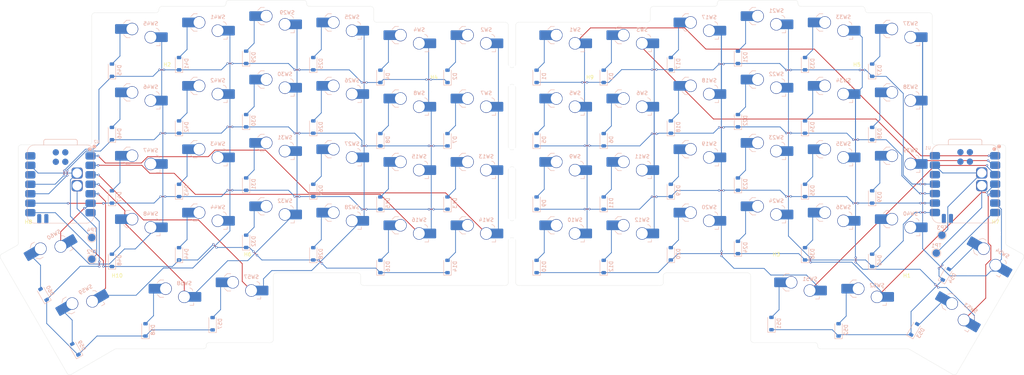
<source format=kicad_pcb>
(kicad_pcb (version 20241229) (generator "pcbnew") (generator_version "9.0")
  (layers (0 "F.Cu" signal) (2 "B.Cu" signal) (13 "F.Paste" user) (15 "B.Paste" user) (5 "F.SilkS" user "F.Silkscreen") (7 "B.SilkS" user "B.Silkscreen") (1 "F.Mask" user) (3 "B.Mask" user) (25 "Edge.Cuts" user))
  (net 0 "")
  (net 1 "/left/ROW0")
  (net 2 "Net-(D1-A)")
  (net 3 "Net-(D2-A)")
  (net 4 "/right/ROW0")
  (net 5 "Net-(D3-A)")
  (net 6 "Net-(D4-A)")
  (net 7 "/left/ROW1")
  (net 8 "Net-(D5-A)")
  (net 9 "Net-(D6-A)")
  (net 10 "/right/ROW1")
  (net 11 "Net-(D7-A)")
  (net 12 "Net-(D8-A)")
  (net 13 "Net-(D9-A)")
  (net 14 "/left/ROW2")
  (net 15 "Net-(D10-A)")
  (net 16 "/left/ROW3")
  (net 17 "Net-(D11-A)")
  (net 18 "Net-(D12-A)")
  (net 19 "Net-(D13-A)")
  (net 20 "/right/ROW2")
  (net 21 "/right/ROW3")
  (net 22 "Net-(D14-A)")
  (net 23 "Net-(D15-A)")
  (net 24 "Net-(D16-A)")
  (net 25 "Net-(D17-A)")
  (net 26 "Net-(D18-A)")
  (net 27 "Net-(D19-A)")
  (net 28 "Net-(D20-A)")
  (net 29 "Net-(D21-A)")
  (net 30 "Net-(D22-A)")
  (net 31 "Net-(D23-A)")
  (net 32 "Net-(D24-A)")
  (net 33 "Net-(D25-A)")
  (net 34 "Net-(D26-A)")
  (net 35 "Net-(D27-A)")
  (net 36 "Net-(D28-A)")
  (net 37 "Net-(D29-A)")
  (net 38 "Net-(D30-A)")
  (net 39 "Net-(D31-A)")
  (net 40 "Net-(D32-A)")
  (net 41 "Net-(D33-A)")
  (net 42 "Net-(D34-A)")
  (net 43 "Net-(D35-A)")
  (net 44 "Net-(D36-A)")
  (net 45 "Net-(D37-A)")
  (net 46 "Net-(D38-A)")
  (net 47 "Net-(D39-A)")
  (net 48 "Net-(D40-A)")
  (net 49 "Net-(D41-A)")
  (net 50 "Net-(D42-A)")
  (net 51 "Net-(D43-A)")
  (net 52 "Net-(D44-A)")
  (net 53 "Net-(D45-A)")
  (net 54 "Net-(D46-A)")
  (net 55 "Net-(D47-A)")
  (net 56 "Net-(D48-A)")
  (net 57 "/left/ROW4")
  (net 58 "Net-(D51-A)")
  (net 59 "Net-(D52-A)")
  (net 60 "Net-(D53-A)")
  (net 61 "Net-(D54-A)")
  (net 62 "Net-(D57-A)")
  (net 63 "/right/ROW4")
  (net 64 "Net-(D58-A)")
  (net 65 "Net-(D59-A)")
  (net 66 "Net-(D60-A)")
  (net 67 "/left/COL0")
  (net 68 "/right/COL0")
  (net 69 "/left/COL1")
  (net 70 "/right/COL1")
  (net 71 "/left/COL2")
  (net 72 "/left/COL3")
  (net 73 "/right/COL2")
  (net 74 "/right/COL3")
  (net 75 "/left/COL4")
  (net 76 "/left/COL5")
  (net 77 "/right/COL4")
  (net 78 "/right/COL5")
  (net 79 "/left/VBAT")
  (net 80 "/right/VBAT")
  (net 81 "GND")
  (footprint "CustomMousebite:MouseBite-Slot_2.0x4.5mm_outset_D0.5mm_P0.85mm_7h" (layer "F.Cu") (at 198.3 130.750002 90)
    (property "Reference" "H11" (hide yes))
    (property "Value" "MountingHole" (hide yes))
  )
  (footprint "CustomMousebite:MountingHole_2.2mm_M2" (layer "F.Cu") (at 327.001 150.9495)
    (property "Reference" "H7")
    (property "Value" "MountingHole")
  )
  (footprint "CustomMousebite:MountingHole_2.2mm_M2" (layer "F.Cu") (at 303.201 165.3495)
    (property "Reference" "H1")
    (property "Value" "MountingHole")
  )
  (footprint "CustomMousebite:MouseBite-Slot_2.0x4.5mm_outset_D0.5mm_P0.85mm_7h" (layer "F.Cu") (at 198.299999 108.649997 90)
    (property "Reference" "H13" (hide yes))
    (property "Value" "MountingHole" (hide yes))
  )
  (footprint "CustomMousebite:MountingHole_2.2mm_M2" (layer "F.Cu") (at 289.801 108.7495)
    (property "Reference" "H5")
    (property "Value" "MountingHole")
  )
  (footprint "CustomMousebite:MountingHole_2.2mm_M2" (layer "F.Cu") (at 67.599 150.95)
    (property "Reference" "H8")
    (property "Value" "MountingHole")
  )
  (footprint "CustomMousebite:MountingHole_2.2mm_M2" (layer "F.Cu") (at 218.201 112.1495)
    (property "Reference" "H9")
    (property "Value" "MountingHole")
  )
  (footprint "CustomMousebite:MouseBite-Slot_2.0x4.5mm_outset_D0.5mm_P0.85mm_7h" (layer "F.Cu") (at 198.3 149.750001 90)
    (property "Reference" "H12" (hide yes))
    (property "Value" "MountingHole" (hide yes))
  )
  (footprint "CustomMousebite:MountingHole_2.2mm_M2" (layer "F.Cu") (at 268.201 159.6495)
    (property "Reference" "H3")
    (property "Value" "MountingHole")
  )
  (footprint "CustomMousebite:MountingHole_2.2mm_M2" (layer "F.Cu") (at 176.4 112.149998)
    (property "Reference" "H4")
    (property "Value" "MountingHole")
  )
  (footprint "CustomMousebite:MountingHole_2.2mm_M2" (layer "F.Cu") (at 126.398998 159.649)
    (property "Reference" "H6")
    (property "Value" "MountingHole")
  )
  (footprint "CustomMousebite:MountingHole_2.2mm_M2" (layer "F.Cu") (at 91.399 165.35)
    (property "Reference" "H10")
    (property "Value" "MountingHole")
  )
  (footprint "CustomMousebite:MountingHole_2.2mm_M2" (layer "F.Cu") (at 104.799998 108.75)
    (property "Reference" "H2")
    (property "Value" "MountingHole")
  )
  (footprint "PCM_marbastlib-choc:SW_choc_v1_HS_CPG135001S30_1u" (layer "B.Cu") (at 149.4 134.25)
    (property "Reference" "SW27")
    (property "Value" "SW_Push")
  )
  (footprint "Seeed Studio XIAO Series Library:modified-XIAO-nRF52840-SMD" (layer "B.Cu") (at 318.7865 137.6613 180)
    (property "Reference" "U1")
    (property "Value" "XIAO-nRF52840-SMD")
  )
  (footprint "Diode_SMD:D_SOD-123" (layer "B.Cu") (at 117.001002 175.1 90)
    (property "Reference" "D57")
    (property "Value" "D")
  )
  (footprint "TestPoint:TestPoint_Pad_D2.0mm" (layer "B.Cu") (at 84.6 152 180)
    (property "Reference" "TP4")
    (property "Value" "TestPoint")
  )
  (footprint "PCM_marbastlib-choc:SW_choc_v1_HS_CPG135001S30_1u" (layer "B.Cu") (at 245.201 100.2495)
    (property "Reference" "SW17")
    (property "Value" "SW_Push")
  )
  (footprint "PCM_marbastlib-choc:SW_choc_v1_HS_CPG135001S30_1u" (layer "B.Cu") (at 167.4 137.65)
    (property "Reference" "SW15")
    (property "Value" "SW_Push")
  )
  (footprint "PCM_marbastlib-choc:SW_choc_v1_HS_CPG135001S30_1u" (layer "B.Cu") (at 149.4 100.25)
    (property "Reference" "SW25")
    (property "Value" "SW_Push")
  )
  (footprint "Diode_SMD:D_SOD-123" (layer "B.Cu") (at 257.901 154.6495 90)
    (property "Reference" "D24")
    (property "Value" "D")
  )
  (footprint "Diode_SMD:D_SOD-123" (layer "B.Cu") (at 108 105.35 90)
    (property "Reference" "D41")
    (property "Value" "D")
  )
  (footprint "PCM_marbastlib-choc:SW_choc_v1_HS_CPG135001S30_1u" (layer "B.Cu") (at 312.301 174.8495 -30)
    (property "Reference" "SW53")
    (property "Value" "SW_Push")
  )
  (footprint "PCM_marbastlib-choc:SW_choc_v1_HS_CPG135001S30_1u" (layer "B.Cu") (at 95.400002 119)
    (property "Reference" "SW46")
    (property "Value" "SW_Push")
  )
  (footprint "PCM_marbastlib-choc:SW_choc_v1_HS_CPG135001S30_1u" (layer "B.Cu") (at 245.201 117.2495)
    (property "Reference" "SW18")
    (property "Value" "SW_Push")
  )
  (footprint "Diode_SMD:D_SOD-123" (layer "B.Cu") (at 239.901 156.3495 90)
    (property "Reference" "D20")
    (property "Value" "D")
  )
  (footprint "PCM_marbastlib-choc:SW_choc_v1_HS_CPG135001S30_1u" (layer "B.Cu") (at 299.201 152.9995)
    (property "Reference" "SW40")
    (property "Value" "SW_Push")
  )
  (footprint "Diode_SMD:D_SOD-123" (layer "B.Cu") (at 293.901 107.0995 90)
    (property "Reference" "D37")
    (property "Value" "D")
  )
  (footprint "Diode_SMD:D_SOD-123" (layer "B.Cu") (at 293.901 141.0995 90)
    (property "Reference" "D39")
    (property "Value" "D")
  )
  (footprint "PCM_marbastlib-choc:SW_choc_v1_HS_CPG135001S30_1u" (layer "B.Cu") (at 113.4 151.25)
    (property "Reference" "SW44")
    (property "Value" "SW_Push")
  )
  (footprint "PCM_marbastlib-choc:SW_choc_v1_HS_CPG135001S30_1u" (layer "B.Cu") (at 299.201 118.9995)
    (property "Reference" "SW38")
    (property "Value" "SW_Push")
  )
  (footprint "Diode_SMD:D_SOD-123" (layer "B.Cu") (at 162 159.75 90)
    (property "Reference" "D16")
    (property "Value" "D")
  )
  (footprint "Diode_SMD:D_SOD-123" (layer "B.Cu") (at 108 156.35 90)
    (property "Reference" "D44")
    (property "Value" "D")
  )
  (footprint "PCM_marbastlib-choc:SW_choc_v1_HS_CPG135001S30_1u" (layer "B.Cu") (at 73.799 160.126567 30)
    (property "Reference" "SW60")
    (property "Value" "SW_Push")
  )
  (footprint "Diode_SMD:D_SOD-123" (layer "B.Cu") (at 257.901 103.6495 90)
    (property "Reference" "D21")
    (property "Value" "D")
  )
  (footprint "PCM_marbastlib-choc:SW_choc_v1_HS_CPG135001S30_1u" (layer "B.Cu") (at 104.401 171.65)
    (property "Reference" "SW58")
    (property "Value" "SW_Push")
  )
  (footprint "PCM_marbastlib-choc:SW_choc_v1_HS_CPG135001S30_1u" (layer "B.Cu") (at 227.201 137.6495)
    (property "Reference" "SW11")
    (property "Value" "SW_Push")
  )
  (footprint "Diode_SMD:D_SOD-123" (layer "B.Cu") (at 162 108.75 90)
    (property "Reference" "D4")
    (property "Value" "D")
  )
  (footprint "Diode_SMD:D_SOD-123" (layer "B.Cu") (at 180 159.75 90)
    (property "Reference" "D14")
    (property "Value" "D")
  )
  (footprint "PCM_marbastlib-choc:SW_choc_v1_HS_CPG135001S30_1u" (layer "B.Cu") (at 113.4 117.25)
    (property "Reference" "SW42")
    (property "Value" "SW_Push")
  )
  (footprint "PCM_marbastlib-choc:SW_choc_v1_HS_CPG135001S30_1u" (layer "B.Cu") (at 113.4 100.25)
    (property "Reference" "SW41")
    (property "Value" "SW_Push")
  )
  (footprint "PCM_marbastlib-choc:SW_choc_v1_HS_CPG135001S30_1u" (layer "B.Cu") (at 272.189141 169.9495)
    (property "Reference" "SW51")
    (property "Value" "SW_Push")
  )
  (footprint "PCM_marbastlib-choc:SW_choc_v1_HS_CPG135001S30_1u" (layer "B.Cu") (at 113.4 134.25)
    (property "Reference" "SW43")
    (property "Value" "SW_Push")
  )
  (footprint "Diode_SMD:D_SOD-123" (layer "B.Cu") (at 126.000002 153 90)
    (property "Reference" "D32")
    (property "Value" "D")
  )
  (footprint "Diode_SMD:D_SOD-123" (layer "B.Cu") (at 126 103.65 90)
    (property "Reference" "D29")
    (property "Value" "D")
  )
  (footprint "Diode_SMD:D_SOD-123" (layer "B.Cu") (at 221.901 108.7495 90)
    (property "Reference" "D3")
    (property "Value" "D")
  )
  (footprint "PCM_marbastlib-choc:SW_choc_v1_HS_CPG135001S30_1u" (layer "B.Cu") (at 209.201 103.6495)
    (property "Reference" "SW1")
    (property "Value" "SW_Push")
  )
  (footprint "PCM_marbastlib-choc:SW_choc_v1_HS_CPG135001S30_1u" (layer "B.Cu") (at 131.4 98.55)
    (property "Reference" "SW29")
    (property "Value" "SW_Push")
  )
  (footprint "Diode_SMD:D_SOD-123" (layer "B.Cu") (at 284.889141 176.7495 90)
    (property "Reference" "D52")
    (property "Value" "D")
  )
  (footprint "PCM_marbastlib-choc:SW_choc_v1_HS_CPG135001S30_1u" (layer "B.Cu") (at 245.201 134.2495)
    (property "Reference" "SW19")
    (property "Value" "SW_Push")
  )
  (footprint "PCM_marbastlib-choc:SW_choc_v1_HS_CPG135001S30_1u" (layer "B.Cu") (at 263.2 98.5485)
    (property "Reference" "SW21")
    (property "Value" "SW_Push")
  )
  (footprint "Diode_SMD:D_SOD-123" (layer "B.Cu") (at 275.901 139.3495 90)
    (property "Reference" "D35")
    (property "Value" "D")
  )
  (footprint "PCM_marbastlib-choc:SW_choc_v1_HS_CPG135001S30_1u" (layer "B.Cu") (at 82.299 174.849 30)
    (property "Reference" "SW59")
    (property "Value" "SW_Push")
  )
  (footprint "Diode_SMD:D_SOD-123" (layer "B.Cu") (at 144 139.35 90)
    (property "Reference" "D27")
    (property "Value" "D")
  )
  (footprint "Diode_SMD:D_SOD-123" (layer "B.Cu") (at 90.000002 141.1 90)
    (property "Reference" "D47")
    (property "Value" "D")
  )
  (footprint "PCM_marbastlib-choc:SW_choc_v1_HS_CPG135001S30_1u" (layer "B.Cu") (at 227.201 154.6495)
    (property "Reference" "SW12")
    (property "Value" "SW_Push")
  )
  (footprint "PCM_marbastlib-choc:SW_choc_v1_HS_CPG135001S30_1u" (layer "B.Cu") (at 122.401 169.95)
    (property "Reference" "SW57")
    (property "Value" "SW_Push")
  )
  (footprint "PCM_marbastlib-choc:SW_choc_v1_HS_CPG135001S30_1u" (layer "B.Cu") (at 95.400002 102)
    (property "Reference" "SW45")
    (property "Value" "SW_Push")
  )
  (footprint "Diode_SMD:D_SOD-123" (layer "B.Cu") (at 126 120.65 90)
    (property "Reference" "D30")
    (property "Value" "D")
  )
  (footprint "Diode_SMD:D_SOD-123" (layer "B.Cu") (at 126 137.65 90)
    (property "Reference" "D31")
    (property "Value" "D")
  )
  (footprint "PCM_marbastlib-choc:SW_choc_v1_HS_CPG135001S30_1u" (layer "B.Cu") (at 281.201 100.2495)
    (property "Reference" "SW33")
    (property "Value" "SW_Push")
  )
  (footprint "PCM_marbastlib-choc:SW_choc_v1_HS_CPG135001S30_1u" (layer "B.Cu") (at 281.201 117.2495)
    (property "Reference" "SW34")
    (property "Value" "SW_Push")
  )
  (footprint "Diode_SMD:D_SOD-123" (layer "B.Cu") (at 293.901 124.0995 90)
    (property "Reference" "D38")
    (property "Value" "D")
  )
  (footprint "PCM_marbastlib-choc:SW_choc_v1_HS_CPG135001S30_1u" (layer "B.Cu") (at 299.201 135.9995)
    (property "Reference" "SW39")
    (property "Value" "SW_Push")
  )
  (footprint "TestPoint:TestPoint_Pad_D2.0mm" (layer "B.Cu") (at 84.6 157.8 180)
    (property "Reference" "TP2")
    (property "Value" "TestPoint")
  )
  (footprint "Diode_SMD:D_SOD-123" (layer "B.Cu") (at 266.889141 175.0495 90)
    (property "Reference" "D51")
    (property "Value" "D")
  )
  (footprint "Diode_SMD:D_SOD-123" (layer "B.Cu") (at 257.901 137.6495 90)
    (property "Reference" "D23")
    (property "Value" "D")
  )
  (footprint "Diode_SMD:D_SOD-123" (layer "B.Cu") (at 275.901 105.3495 90)
    (property "Reference" "D33")
    (property "Value" "D")
  )
  (footprint "PCM_marbastlib-choc:SW_choc_v1_HS_CPG135001S30_1u" (layer "B.Cu") (at 299.201 101.9995)
    (property "Reference" "SW37")
    (property "Value" "SW_Push")
  )
  (footprint "Diode_SMD:D_SOD-123" (layer "B.Cu") (at 180 125.75 90)
    (property "Reference" "D7")
    (property "Value" "D")
  )
  (footprint "Diode_SMD:D_SOD-123" (layer "B.Cu") (at 257.901 120.6495 90)
    (property "Reference" "D22")
    (property "Value" "D")
  )
  (footprint "PCM_marbastlib-choc:SW_choc_v1_HS_CPG135001S30_1u" (layer "B.Cu") (at 167.4 154.65)
    (property "Reference" "SW16")
    (property "Value" "SW_Push")
  )
  (footprint "Diode_SMD:D_SOD-123" (layer "B.Cu") (at 90.000002 124.1 90)
    (property "Reference" "D46")
    (property "Value" "D")
  )
  (footprint "Diode_SMD:D_SOD-123" (layer "B.Cu") (at 275.901 122.3495 90)
    (property "Reference" "D34")
    (property "Value" "D")
  )
  (footprint "TestPoint:TestPoint_Pad_D2.0mm" (layer "B.Cu") (at 311.101 156.1495 180)
    (property "Reference" "TP1")
    (property "Value" "TestPoint")
  )
  (footprint "Diode_SMD:D_SOD-123" (layer "B.Cu") (at 203.901 159.7495 90)
    (property "Reference" "D10")
    (property "Value" "D")
  )
  (footprint "Diode_SMD:D_SOD-123" (layer "B.Cu") (at 162 125.75 90)
    (property "Reference" "D8")
    (property "Value" "D")
  )
  (footprint "Seeed Studio XIAO Series Library:modified-XIAO-nRF52840-SMD" (layer "B.Cu") (at 76.16 137.7 180)
    (property "Reference" "U2")
    (property "Value" "XIAO-nRF52840-SMD")
  )
  (footprint "TestPoint:TestPoint_Pad_D2.0mm" (layer "B.Cu") (at 312.601 151.3495 180)
    (property "Reference" "TP3")
    (property "Value" "TestPoint")
  )
  (footprint "Diode_SMD:D_SOD-123" (layer "B.Cu") (at 144 122.35 90)
    (property "Reference" "D26")
    (property "Value" "D")
  )
  (footprint "Diode_SMD:D_SOD-123" (layer "B.Cu") (at 221.901 142.7495 90)
    (property "Reference" "D11")
    (property "Value" "D")
  )
  (footprint "PCM_marbastlib-choc:SW_choc_v1_HS_CPG135001S30_1u" (layer "B.Cu") (at 227.201 120.6495)
    (property "Reference" "SW6")
    (property "Value" "SW_Push")
  )
  (footprint "PCM_marbastlib-choc:SW_choc_v1_HS_CPG135001S30_1u" (layer "B.Cu") (at 167.4 103.65)
    (property "Reference" "SW4")
    (property "Value" "SW_Push")
  )
  (footprint "Diode_SMD:D_SOD-123" (layer "B.Cu") (at 180 142.75 90)
    (property "Reference" "D13")
    (property "Value" "D")
  )
  (footprint "PCM_marbastlib-choc:SW_choc_v1_HS_CPG135001S30_1u" (layer "B.Cu") (at 167.4 120.65)
    (property "Reference" "SW8")
    (property "Value" "SW_Push")
  )
  (footprint "Diode_SMD:D_SOD-123" (layer "B.Cu") (at 144 156.35 90)
    (property "Reference" "D28")
    (property "Value" "D")
  )
  (footprint "PCM_marbastlib-choc:SW_choc_v1_HS_CPG135001S30_1u" (layer "B.Cu") (at 95.400002 153)
    (property "Reference" "SW48")
    (property "Value" "SW_Push")
  )
  (footprint "Diode_SMD:D_SOD-123" (layer "B.Cu") (at 162 142.75 90)
    (property "Reference" "D15")
    (property "Value" "D")
  )
  (footprint "Diode_SMD:D_SOD-123" (layer "B.Cu") (at 144 105.35 90)
    (property "Reference" "D25")
    (property "Value" "D")
  )
  (footprint "Diode_SMD:D_SOD-123" (layer "B.Cu") (at 80.172463 181.96573 120)
    (property "Reference" "D59")
    (property "Value" "D")
  )
  (footprint "Diode_SMD:D_SOD-123" (layer "B.Cu") (at 71.672464 167.243297 120)
    (property "Reference" "D60")
    (property "Value" "D")
  )
  (footprint "PCM_marbastlib-choc:SW_choc_v1_HS_CPG135001S30_1u" (layer "B.Cu") (at 209.201 137.6495)
    (property "Reference" "SW9")
    (property "Value" "SW_Push")
  )
  (footprint "PCM_marbastlib-choc:SW_choc_v1_HS_CPG135001S30_1u" (layer "B.Cu") (at 95.400002 136)
    (property "Reference" "SW47")
    (property "Value" "SW_Push")
  )
  (footprint "Diode_SMD:D_SOD-123" (layer "B.Cu") (at 239.901 105.3495 90)
    (property "Reference" "D17")
    (property "Value" "D")
  )
  (footprint "PCM_marbastlib-choc:SW_choc_v1_HS_CPG135001S30_1u" (layer "B.Cu") (at 263.201 149.5495)
    (property "Reference" "SW24")
    (property "Value" "SW_Push")
  )
  (footprint "Diode_SMD:D_SOD-123" (layer "B.Cu") (at 239.901 122.3495 90)
    (property "Reference" "D18")
    (property "Value" "D")
  )
  (footprint "Diode_SMD:D_SOD-123" (layer "B.Cu") (at 90.000002 158.1 90)
    (property "Reference" "D48")
    (property "Value" "D")
  )
  (footprint "PCM_marbastlib-choc:SW_choc_v1_HS_CPG135001S30_1u" (layer "B.Cu") (at 131.4 132.55)
    (property "Reference" "SW31")
    (property "Value" "SW_Push")
  )
  (footprint "PCM_marbastlib-choc:SW_choc_v1_HS_CPG135001S30_1u" (layer "B.Cu") (at 209.201 120.6495)
    (property "Reference" "SW5")
    (property "Value" "SW_Push")
  )
  (footprint "PCM_marbastlib-choc:SW_choc_v1_HS_CPG135001S30_1u" (layer "B.Cu") (at 263.201 115.5495)
    (property "Reference" "SW22")
    (property "Value" "SW_Push")
  )
  (footprint "Diode_SMD:D_SOD-123" (layer "B.Cu") (at 90.000002 107.1 90)
    (property "Reference" "D45")
    (property "Value" "D")
  )
  (footprint "PCM_marbastlib-choc:SW_choc_v1_HS_CPG135001S30_1u" (layer "B.Cu") (at 281.201 134.2495)
    (property "Reference" "SW35")
    (property "Value" "SW_Push")
  )
  (footprint "PCM_marbastlib-choc:SW_choc_v1_HS_CPG135001S30_1u" (layer "B.Cu") (at 131.4 115.55)
    (property "Reference" "SW30")
    (property "Value" "SW_Push")
  )
  (footprint "PCM_marbastlib-choc:SW_choc_v1_HS_CPG135001S30_1u" (layer "B.Cu") (at 131.4 149.55)
    (property "Reference" "SW32")
    (property "Value" "SW_Push")
  )
  (footprint "PCM_marbastlib-choc:SW_choc_v1_HS_CPG135001S30_1u" (layer "B.Cu") (at 185.4 137.65)
    (property "Reference" "SW13")
    (property "Value" "SW_Push")
  )
  (footprint "Diode_SMD:D_SOD-123" (layer "B.Cu") (at 108 139.35 90)
    (property "Reference" "D43")
    (property "Value" "D")
  )
  (footprint "PCM_marbastlib-choc:SW_choc_v1_HS_CPG135001S30_1u" (layer "B.Cu") (at 149.4 117.25)
    (property "Reference" "SW26")
    (property "Value" "SW_Push")
  )
  (footprint "PCM_marbastlib-choc:SW_choc_v1_HS_CPG135001S30_1u" (layer "B.Cu") (at 320.800999 160.127068 -30)
    (property "Reference" "SW54")
    (property "Value" "SW_Push")
  )
  (footprint "Diode_SMD:D_SOD-123" (layer "B.Cu") (at 203.901 108.7495 90)
    (property "Reference" "D1")
    (property "Value" "D")
  )
  (footprint "PCM_marbastlib-choc:SW_choc_v1_HS_CPG135001S30_1u" (layer "B.Cu") (at 281.201 151.2495)
    (property "Reference" "SW36")
    (property "Value" "SW_Push")
  )
  (footprint "PCM_marbastlib-choc:SW_choc_v1_HS_CPG135001S30_1u" (layer "B.Cu") (at 185.4 103.65)
    (property "Reference" "SW2")
    (property "Value" "SW_Push")
  )
  (footprint "Diode_SMD:D_SOD-123" (layer "B.Cu") (at 203.901 125.7495 90)
    (property "Reference" "D5")
    (property "Value" "D")
  )
  (footprint "Diode_SMD:D_SOD-123" (layer "B.Cu") (at 293.901 158.0995 90)
    (property "Reference" "D40")
    (property "Value" "D")
  )
  (footprint "PCM_marbastlib-choc:SW_choc_v1_HS_CPG135001S30_1u" (layer "B.Cu") (at 227.201 103.6495)
    (property "Reference" "SW3")
    (property "Value" "SW_Push")
  )
  (footprint "Diode_SMD:D_SOD-123" (layer "B.Cu") (at 221.901 125.7495 90)
    (property "Reference" "D6")
    (property "Value" "D")
  )
  (footprint "Diode_SMD:D_SOD-123" (layer "B.Cu") (at 275.901 156.3495 90)
    (property "Reference" "D36")
    (property "Value" "D")
  )
  (footprint "PCM_marbastlib-choc:SW_choc_v1_HS_CPG135001S30_1u" (layer "B.Cu") (at 149.4 151.25)
    (property "Reference" "SW28")
    (property "Value" "SW_Push")
  )
  (footprint "Diode_SMD:D_SOD-123" (layer "B.Cu") (at 203.901 142.7495 90)
    (property "Reference" "D9")
    (property "Value" "D")
  )
  (footprint "PCM_marbastlib-choc:SW_choc_v1_HS_CPG135001S30_1u" (layer "B.Cu") (at 185.4 120.65)
    (property "Reference" "SW7")
    (property "Value" "SW_Push")
  )
  (footprint "Diode_SMD:D_SOD-123" (layer "B.Cu") (at 305.161066 176.616231 60)
    (property "Reference" "D53")
    (property "Value" "D")
  )
  (footprint "PCM_marbastlib-choc:SW_choc_v1_HS_CPG135001S30_1u" (layer "B.Cu") (at 290.189141 171.6495)
    (property "Reference" "SW52")
    (property "Value" "SW_Push")
  )
  (footprint "Diode_SMD:D_SOD-123" (layer "B.Cu") (at 221.901 159.7495 90)
    (property "Reference" "D12")
    (property "Value" "D")
  )
  (footprint "Diode_SMD:D_SOD-123" (layer "B.Cu") (at 108 122.35 90)
    (property "Reference" "D42")
    (property "Value" "D")
  )
  (footprint "Diode_SMD:D_SOD-123" (layer "B.Cu") (at 239.901 139.3495 90)
    (property "Reference" "D19")
    (property "Value" "D")
  )
  (footprint "Diode_SMD:D_SOD-123" (layer "B.Cu") (at 180 108.75 90)
    (property "Reference" "D2")
    (property "Value" "D")
  )
  (footprint "Diode_SMD:D_SOD-123" (layer "B.Cu") (at 99.001 176.75 90)
    (property "Reference" "D58")
    (property "Value" "D")
  )
  (footprint "PCM_marbastlib-choc:SW_choc_v1_HS_CPG135001S30_1u" (layer "B.Cu") (at 209.201 154.6495)
    (property "Reference" "SW10")
    (property "Value" "SW_Push")
  )
  (footprint "PCM_marbastlib-choc:SW_choc_v1_HS_CPG135001S30_1u" (layer "B.Cu") (at 185.4 154.65)
    (property "Reference" "SW14")
    (property "Value" "SW_Push")
  )
  (footprint "PCM_marbastlib-choc:SW_choc_v1_HS_CPG135001S30_1u" (layer "B.Cu") (at 245.201 151.2495)
    (property "Reference" "SW20")
    (property "Value" "SW_Push")
  )
  (footprint "Diode_SMD:D_SOD-123" (layer "B.Cu") (at 313.661066 161.893798 60)
    (property "Reference" "D54")
    (property "Value" "D")
  )
  (footprint "PCM_marbastlib-choc:SW_choc_v1_HS_CPG135001S30_1u" (layer "B.Cu") (at 263.201 132.5495)
    (property "Reference" "SW23")
    (property "Value" "SW_Push")
  )
  (gr_line (start 77.998855 188.407113) (end 60.10732 157.503552) (stroke (width 0.05)) (layer "Edge.Cuts"))
  (gr_line (start 280.1 181.849996) (end 303.4847 181.849996) (stroke (width 0.05)) (layer "Edge.Cuts"))
  (gr_arc (start 260.5 161.449996) (mid 261.065682 161.684311) (end 261.299997 162.253346) (stroke (width 0.05)) (layer "Edge.Cuts"))
  (gr_line (start 198.300001 112) (end 198.300001 111.9) (stroke (width 0.05)) (layer "Edge.Cuts"))
  (gr_arc (start 252.399999 89.2) (mid 252.165684 89.765681) (end 251.6 89.999998) (stroke (width 0.05)) (layer "Edge.Cuts"))
  (gr_line (start 196.3 164.05) (end 196.3 153) (stroke (width 0.05)) (layer "Edge.Cuts"))
  (gr_line (start 65.7 127.1) (end 83.8 127.1) (stroke (width 0.05)) (layer "Edge.Cuts"))
  (gr_arc (start 64.9 153.4301) (mid 64.789828 153.835295) (end 64.496535 154.12501) (stroke (width 0.05)) (layer "Edge.Cuts"))
  (gr_arc (start 196.299999 111.9) (mid 197.299999 110.899996) (end 198.300001 111.899998) (stroke (width 0.05)) (layer "Edge.Cuts"))
  (gr_line (start 255.899997 161.449996) (end 260.5 161.449996) (stroke (width 0.05)) (layer "Edge.Cuts"))
  (gr_line (start 60.402394 156.40828) (end 64.496535 154.12501) (stroke (width 0.05)) (layer "Edge.Cuts"))
  (gr_line (start 101.8 91.7) (end 85.4 91.7) (stroke (width 0.05)) (layer "Edge.Cuts"))
  (gr_line (start 334.189952 156.404011) (end 330.110365 154.128853) (stroke (width 0.05)) (layer "Edge.Cuts"))
  (gr_line (start 329.699997 153.430151) (end 329.699999 127.897172) (stroke (width 0.05)) (layer "Edge.Cuts"))
  (gr_arc (start 115.3 180.95) (mid 115.534315 180.384315) (end 116.1 180.15) (stroke (width 0.05)) (layer "Edge.Cuts"))
  (gr_line (start 142.199998 89.2) (end 142.199998 89.1) (stroke (width 0.05)) (layer "Edge.Cuts"))
  (gr_line (start 237.899997 164.05) (end 237.899997 162.25) (stroke (width 0.05)) (layer "Edge.Cuts"))
  (gr_arc (start 198.299998 127.5) (mid 197.300001 128.500002) (end 196.300001 127.5) (stroke (width 0.05)) (layer "Edge.Cuts"))
  (gr_arc (start 234.399999 93.45) (mid 234.165684 94.015681) (end 233.6 94.249998) (stroke (width 0.05)) (layer "Edge.Cuts"))
  (gr_line (start 195.5 94.25) (end 161 94.25) (stroke (width 0.05)) (layer "Edge.Cuts"))
  (gr_line (start 114.5 181.85) (end 91.115211 181.85) (stroke (width 0.05)) (layer "Edge.Cuts"))
  (gr_arc (start 143 90) (mid 142.434313 89.765685) (end 142.200001 89.2) (stroke (width 0.05)) (layer "Edge.Cuts"))
  (gr_line (start 156.7 164.05) (end 156.7 162.25) (stroke (width 0.05)) (layer "Edge.Cuts"))
  (gr_arc (start 199.1 164.849996) (mid 198.534312 164.615681) (end 198.299997 164.049995) (stroke (width 0.05)) (layer "Edge.Cuts"))
  (gr_arc (start 334.189954 156.404011) (mid 334.571642 156.890388) (end 334.492676 157.50355) (stroke (width 0.05)) (layer "Edge.Cuts"))
  (gr_arc (start 115.3 181.05) (mid 115.065685 181.615685) (end 114.5 181.85) (stroke (width 0.05)) (layer "Edge.Cuts"))
  (gr_arc (start 102.599998 90.9) (mid 102.365683 91.465685) (end 101.8 91.699997) (stroke (width 0.05)) (layer "Edge.Cuts"))
  (gr_line (start 195.5 164.85) (end 157.5 164.85) (stroke (width 0.05)) (layer "Edge.Cuts"))
  (gr_arc (start 309.2 91.699996) (mid 309.765684 91.934311) (end 309.999999 92.497172) (stroke (width 0.05)) (layer "Edge.Cuts"))
  (gr_arc (start 328.9 127.099996) (mid 329.465684 127.334311) (end 329.699999 127.897172) (stroke (width 0.05)) (layer "Edge.Cuts"))
  (gr_arc (start 273.2 88.299996) (mid 273.765684 88.534311) (end 273.999999 89.102828) (stroke (width 0.05)) (layer "Edge.Cuts"))
  (gr_line (start 196.3 95.05) (end 196.300003 105.4) (stroke (width 0.05)) (layer "Edge.Cuts"))
  (gr_line (start 132.5 180.15) (end 116.1 180.15) (stroke (width 0.05)) (layer "Edge.Cuts"))
  (gr_line (start 64.9 153.4301) (end 64.899998 127.9) (stroke (width 0.05)) (layer "Edge.Cuts"))
  (gr_line (start 198.299997 164.049995) (end 198.299997 153) (stroke (width 0.05)) (layer "Edge.Cuts"))
  (gr_arc (start 196.3 164.05) (mid 196.065685 164.615685) (end 195.5 164.85) (stroke (width 0.05)) (layer "Edge.Cuts"))
  (gr_arc (start 90.713785 181.958007) (mid 90.907389 181.877468) (end 91.115211 181.85) (stroke (width 0.05)) (layer "Edge.Cuts"))
  (gr_line (start 196.299999 111.899996) (end 196.300001 127.5) (stroke (width 0.05)) (layer "Edge.Cuts"))
  (gr_arc (start 79.092567 188.698312) (mid 78.485371 188.779353) (end 77.998855 188.407113) (stroke (width 0.05)) (layer "Edge.Cuts"))
  (gr_line (start 303.889902 181.96014) (end 315.510328 188.699989) (stroke (width 0.05)) (layer "Edge.Cuts"))
  (gr_arc (start 310.8 127.099996) (mid 310.234314 126.865681) (end 309.999999 126.299996) (stroke (width 0.05)) (layer "Edge.Cuts"))
  (gr_line (start 234.399999 93.45) (end 234.399999 90.8) (stroke (width 0.05)) (layer "Edge.Cuts"))
  (gr_arc (start 237.899997 162.25) (mid 238.134312 161.684311) (end 238.7 161.449997) (stroke (width 0.05)) (layer "Edge.Cuts"))
  (gr_line (start 235.2 89.999996) (end 251.6 89.999996) (stroke (width 0.05)) (layer "Edge.Cuts"))
  (gr_arc (start 84.599998 92.5) (mid 84.834313 91.934315) (end 85.4 91.699999) (stroke (width 0.05)) (layer "Edge.Cuts"))
  (gr_line (start 198.299997 95.05) (end 198.299997 105.4) (stroke (width 0.05)) (layer "Edge.Cuts"))
  (gr_line (start 292.8 91.699996) (end 309.2 91.699996) (stroke (width 0.05)) (layer "Edge.Cuts"))
  (gr_arc (start 237.899997 164.05) (mid 237.665682 164.615679) (end 237.1 164.849997) (stroke (width 0.05)) (layer "Edge.Cuts"))
  (gr_line (start 90.713785 181.958005) (end 79.092567 188.698312) (stroke (width 0.05)) (layer "Edge.Cuts"))
  (gr_line (start 159.4 90) (end 143 90) (stroke (width 0.05)) (layer "Edge.Cuts"))
  (gr_arc (start 198.299997 95.05) (mid 198.534312 94.484311) (end 199.1 94.249997) (stroke (width 0.05)) (layer "Edge.Cuts"))
  (gr_arc (start 120.599998 89.1) (mid 120.834313 88.534315) (end 121.4 88.299999) (stroke (width 0.05)) (layer "Edge.Cuts"))
  (gr_arc (start 196.300001 134) (mid 197.3 133.000002) (end 198.299996 134) (stroke (width 0.05)) (layer "Edge.Cuts"))
  (gr_line (start 141.4 88.3) (end 121.4 88.3) (stroke (width 0.05)) (layer "Edge.Cuts"))
  (gr_line (start 155.9 161.45) (end 138.7 161.45) (stroke (width 0.05)) (layer "Edge.Cuts"))
  (gr_arc (start 262.1 180.149996) (mid 261.534312 179.915681) (end 261.299997 179.349996) (stroke (width 0.05)) (layer "Edge.Cuts"))
  (gr_arc (start 60.10732 157.503552) (mid 60.028355 156.890392) (end 60.402394 156.40828) (stroke (width 0.05)) (layer "Edge.Cuts"))
  (gr_line (start 133.3 162.25) (end 133.3 179.35) (stroke (width 0.05)) (layer "Edge.Cuts"))
  (gr_line (start 262.1 180.149996) (end 278.5 180.149996) (stroke (width 0.05)) (layer "Edge.Cuts"))
  (gr_arc (start 196.3 153) (mid 197.300002 152) (end 198.299997 153) (stroke (width 0.05)) (layer "Edge.Cuts"))
  (gr_arc (start 84.599998 126.3) (mid 84.365683 126.865685) (end 83.8 127.099997) (stroke (width 0.05)) (layer "Edge.Cuts"))
  (gr_arc (start 195.5 94.25) (mid 196.065684 94.484315) (end 196.3 95.05) (stroke (width 0.05)) (layer "Edge.Cuts"))
  (gr_arc (start 133.3 179.35) (mid 133.065685 179.915685) (end 132.5 180.15) (stroke (width 0.05)) (layer "Edge.Cuts"))
  (gr_arc (start 278.5 180.149996) (mid 279.065682 180.384311) (end 279.299997 180.953346) (stroke (width 0.05)) (layer "Edge.Cuts"))
  (gr_arc (start 102.599998 90.8) (mid 102.834313 90.234315) (end 103.4 89.999999) (stroke (width 0.05)) (layer "Edge.Cuts"))
  (gr_line (start 84.599998 126.3) (end 84.599998 92.5) (stroke (width 0.05)) (layer "Edge.Cuts"))
  (gr_arc (start 316.601133 188.407124) (mid 316.114626 188.779349) (end 315.510328 188.699989) (stroke (width 0.05)) (layer "Edge.Cuts"))
  (gr_arc (start 303.4847 181.849996) (mid 303.692608 181.877464) (end 303.889902 181.96014) (stroke (width 0.05)) (layer "Edge.Cuts"))
  (gr_line (start 120.599998 89.1) (end 120.599998 89.2) (stroke (width 0.05)) (layer "Edge.Cuts"))
  (gr_line (start 138.7 161.45) (end 134.1 161.45) (stroke (width 0.05)) (layer "Edge.Cuts"))
  (gr_arc (start 157.5 164.85) (mid 156.934315 164.615685) (end 156.7 164.05) (stroke (width 0.05)) (layer "Edge.Cuts"))
  (gr_line (start 291.999999 90.802828) (end 291.999999 90.899996) (stroke (width 0.05)) (layer "Edge.Cuts"))
  (gr_arc (start 291.2 89.999996) (mid 291.765684 90.234311) (end 291.999999 90.802828) (stroke (width 0.05)) (layer "Edge.Cuts"))
  (gr_arc (start 292.8 91.699996) (mid 292.234314 91.465681) (end 291.999999 90.899996) (stroke (width 0.05)) (layer "Edge.Cuts"))
  (gr_arc (start 274.8 89.999996) (mid 274.234314 89.765681) (end 273.999999 89.199996) (stroke (width 0.05)) (layer "Edge.Cuts"))
  (gr_line (start 199.1 164.849996) (end 237.1 164.849996) (stroke (width 0.05)) (layer "Edge.Cuts"))
  (gr_line (start 102.599998 90.8) (end 102.599998 90.9) (stroke (width 0.05)) (layer "Edge.Cuts"))
  (gr_arc (start 159.4 90) (mid 159.965683 90.234315) (end 160.200001 90.8) (stroke (width 0.05)) (layer "Edge.Cuts"))
  (gr_line (start 309.999999 126.299996) (end 309.999999 92.497172) (stroke (width 0.05)) (layer "Edge.Cuts"))
  (gr_arc (start 280.1 181.849996) (mid 279.534312 181.615681) (end 279.299997 181.049996) (stroke (width 0.05)) (layer "Edge.Cuts"))
  (gr_arc (start 252.399999 89.1) (mid 252.634314 88.534311) (end 253.2 88.299999) (stroke (width 0.05)) (layer "Edge.Cuts"))
  (gr_arc (start 141.4 88.3) (mid 141.965683 88.534315) (end 142.200001 89.1) (stroke (width 0.05)) (layer "Edge.Cuts"))
  (gr_line (start 198.299996 134) (end 198.299996 146.500002) (stroke (width 0.05)) (layer "Edge.Cuts"))
  (gr_line (start 238.7 161.449996) (end 255.899997 161.449996) (stroke (width 0.05)) (layer "Edge.Cuts"))
  (gr_arc (start 64.899998 127.9) (mid 65.134313 127.334315) (end 65.7 127.099999) (stroke (width 0.05)) (layer "Edge.Cuts"))
  (gr_arc (start 198.299996 146.500002) (mid 197.299999 147.5) (end 196.300001 146.5) (stroke (width 0.05)) (layer "Edge.Cuts"))
  (gr_line (start 160.199998 93.45) (end 160.199998 90.8) (stroke (width 0.05)) (layer "Edge.Cuts"))
  (gr_line (start 253.2 88.299996) (end 273.2 88.299996) (stroke (width 0.05)) (layer "Edge.Cuts"))
  (gr_arc (start 133.3 162.25) (mid 133.534315 161.684315) (end 134.1 161.45) (stroke (width 0.05)) (layer "Edge.Cuts"))
  (gr_line (start 279.299997 180.953346) (end 279.299997 181.049996) (stroke (width 0.05)) (layer "Edge.Cuts"))
  (gr_arc (start 198.299998 105.4) (mid 197.299999 106.399996) (end 196.3 105.4) (stroke (width 0.05)) (layer "Edge.Cuts"))
  (gr_line (start 328.9 127.099996) (end 310.8 127.099996) (stroke (width 0.05)) (layer "Edge.Cuts"))
  (gr_line (start 316.601133 188.407124) (end 334.492676 157.50355) (stroke (width 0.05)) (layer "Edge.Cuts"))
  (gr_arc (start 330.110365 154.128853) (mid 329.810169 153.835291) (end 329.699997 153.430151) (stroke (width 0.05)) (layer "Edge.Cuts"))
  (gr_line (start 119.8 90) (end 103.4 90) (stroke (width 0.05)) (layer "Edge.Cuts"))
  (gr_line (start 252.399999 89.2) (end 252.399999 89.1) (stroke (width 0.05)) (layer "Edge.Cuts"))
  (gr_line (start 115.3 180.95) (end 115.3 181.05) (stroke (width 0.05)) (layer "Edge.Cuts"))
  (gr_line (start 199.1 94.249997) (end 233.6 94.249996) (stroke (width 0.05)) (layer "Edge.Cuts"))
  (gr_line (start 261.299997 162.253346) (end 261.299997 179.349996) (stroke (width 0.05)) (layer "Edge.Cuts"))
  (gr_line (start 198.300001 112) (end 198.299998 127.5) (stroke (width 0.05)) (layer "Edge.Cuts"))
  (gr_line (start 196.300001 134) (end 196.300001 146.5) (stroke (width 0.05)) (layer "Edge.Cuts"))
  (gr_arc (start 120.599998 89.2) (mid 120.365683 89.765685) (end 119.8 89.999997) (stroke (width 0.05)) (layer "Edge.Cuts"))
  (gr_line (start 274.8 89.999996) (end 291.2 89.999996) (stroke (width 0.05)) (layer "Edge.Cuts"))
  (gr_arc (start 161 94.25) (mid 160.434313 94.015685) (end 160.200001 93.45) (stroke (width 0.05)) (layer "Edge.Cuts"))
  (gr_line (start 273.999999 89.102828) (end 273.999999 89.199996) (stroke (width 0.05)) (layer "Edge.Cuts"))
  (gr_arc (start 155.9 161.45) (mid 156.465685 161.684315) (end 156.7 162.25) (stroke (width 0.05)) (layer "Edge.Cuts"))
  (gr_arc (start 234.399999 90.8) (mid 234.634314 90.234311) (end 235.2 89.999999) (stroke (width 0.05)) (layer "Edge.Cuts"))
  (segment (start 234.846 106.9495) (end 236.046 106.9495) (width 0.2) (layer "F.Cu") (net 1))
  (segment (start 290.652 107.0495) (end 291.852 107.0495) (width 0.2) (layer "F.Cu") (net 1))
  (segment (start 270.846 107.0495) (end 272.046 107.0495) (width 0.2) (layer "F.Cu") (net 1))
  (segment (start 306.846 137.6495) (end 308.046 137.6495) (width 0.2) (layer "F.Cu") (net 1))
  (segment (start 217.401 110.3495) (end 216.15 110.3495) (width 0.2) (layer "F.Cu") (net 1))
  (segment (start 252.846 105.4495) (end 254.046 105.4495) (width 0.2) (layer "F.Cu") (net 1))
  (via (at 270.846 107.0495) (size 0.6) (drill 0.3) (layers "F.Cu" "B.Cu") (net 1))
  (via (at 252.846 105.4495) (size 0.6) (drill 0.3) (layers "F.Cu" "B.Cu") (net 1))
  (via (at 308.046 137.6495) (size 0.6) (drill 0.3) (layers "F.Cu" "B.Cu") (net 1))
  (via (at 254.046 105.4495) (size 0.6) (drill 0.3) (layers "F.Cu" "B.Cu") (net 1))
  (via (at 234.846 106.9495) (size 0.6) (drill 0.3) (layers "F.Cu" "B.Cu") (net 1))
  (via (at 291.852 107.0495) (size 0.6) (drill 0.3) (layers "F.Cu" "B.Cu") (net 1))
  (via (at 272.046 107.0495) (size 0.6) (drill 0.3) (layers "F.Cu" "B.Cu") (net 1))
  (via (at 216.15 110.3495) (size 0.6) (drill 0.3) (layers "F.Cu" "B.Cu") (net 1))
  (via (at 217.401 110.3495) (size 0.6) (drill 0.3) (layers "F.Cu" "B.Cu") (net 1))
  (via (at 306.846 137.6495) (size 0.6) (drill 0.3) (layers "F.Cu" "B.Cu") (net 1))
  (via (at 236.046 106.9495) (size 0.6) (drill 0.3) (layers "F.Cu" "B.Cu") (net 1))
  (via (at 290.652 107.0495) (size 0.6) (drill 0.3) (layers "F.Cu" "B.Cu") (net 1))
  (segment (start 275.901 106.9995) (end 290.602 106.9995) (width 0.2) (layer "B.Cu") (net 1))
  (segment (start 221.851 110.3495) (end 221.901 110.3995) (width 0.2) (layer "B.Cu") (net 1))
  (segment (start 257.901 105.2995) (end 269.096 105.2995) (width 0.2) (layer "B.Cu") (net 1))
  (segment (start 236.046 106.9495) (end 239.851 106.9495) (width 0.2) (layer "B.Cu") (net 1))
  (segment (start 217.401 110.3495) (end 221.851 110.3495) (width 0.2) (layer "B.Cu") (net 1))
  (segment (start 239.851 106.9495) (end 239.901 106.9995) (width 0.2) (layer "B.Cu") (net 1))
  (segment (start 297.660131 108.7495) (end 302.25 113.339369) (width 0.2) (layer "B.Cu") (net 1))
  (segment (start 292.201 107.0495) (end 293.901 108.7495) (width 0.2) (layer "B.Cu") (net 1))
  (segment (start 272.096 106.9995) (end 275.901 106.9995) (width 0.2) (layer "B.Cu") (net 1))
  (segment (start 251.296 106.9995) (end 252.846 105.4495) (width 0.2) (layer "B.Cu") (net 1))
  (segment (start 223.251 110.3995) (end 221.901 110.3995) (width 0.2) (layer "B.Cu") (net 1))
  (segment (start 216.15 110.3495) (end 203.951 110.3495) (width 0.2) (layer "B.Cu") (net 1))
  (segment (start 290.602 106.9995) (end 290.652 107.0495) (width 0.2) (layer "B.Cu") (net 1))
  (segment (start 308.046 137.6495) (end 308.301 137.6495) (width 0.2) (layer "B.Cu") (net 1))
  (segment (start 291.852 107.0495) (end 292.201 107.0495) (width 0.2) (layer "B.Cu") (net 1))
  (segment (start 293.901 108.7495) (end 297.660131 108.7495) (width 0.2) (layer "B.Cu") (net 1))
  (segment (start 304.65253 137.6495) (end 306.846 137.6495) (width 0.2) (layer "B.Cu") (net 1))
  (segment (start 308.3128 137.6613) (end 310.7315 137.6613) (width 0.2) (layer "B.Cu") (net 1))
  (segment (start 254.196 105.2995) (end 257.901 105.2995) (width 0.2) (layer "B.Cu") (net 1))
  (segment (start 239.901 106.9995) (end 251.296 106.9995) (width 0.2) (layer "B.Cu") (net 1))
  (segment (start 302.25 113.339369) (end 302.25 135.24697) (width 0.2) (layer "B.Cu") (net 1))
  (segment (start 308.301 137.6495) (end 308.3128 137.6613) (width 0.2) (layer "B.Cu") (net 1))
  (segment (start 302.25 135.24697) (end 304.65253 137.6495) (width 0.2) (layer "B.Cu") (net 1))
  (segment (start 269.096 105.2995) (end 270.846 107.0495) (width 0.2) (layer "B.Cu") (net 1))
  (segment (start 254.046 105.4495) (end 254.196 105.2995) (width 0.2) (layer "B.Cu") (net 1))
  (segment (start 226.701 106.9495) (end 223.251 110.3995) (width 0.2) (layer "B.Cu") (net 1))
  (segment (start 203.951 110.3495) (end 203.901 110.3995) (width 0.2) (layer "B.Cu") (net 1))
  (segment (start 272.046 107.0495) (end 272.096 106.9995) (width 0.2) (layer "B.Cu") (net 1))
  (segment (start 234.846 106.9495) (end 226.701 106.9495) (width 0.2) (layer "B.Cu") (net 1))
  (segment (start 308.046 137.6495) (end 308.0775 137.618) (width 0.2) (layer "B.Cu") (net 1))
  (segment (start 205.956 105.0445) (end 205.956 97.6995) (width 0.2) (layer "B.Cu") (net 2))
  (segment (start 203.901 107.0995) (end 205.956 105.0445) (width 0.2) (layer "B.Cu") (net 2))
  (segment (start 182.155 104.945002) (end 182.155 97.700003) (width 0.2) (layer "B.Cu") (net 3))
  (segment (start 180.000002 107.1) (end 182.155 104.945002) (width 0.2) (layer "B.Cu") (net 3))
  (segment (start 157.045002 110.4) (end 158.245002 110.4) (width 0.2) (layer "F.Cu") (net 4))
  (segment (start 139.045 107) (end 140.245 107) (width 0.2) (layer "F.Cu") (net 4))
  (segment (start 77.151473 134.148527) (end 77.2 134.1) (width 0.2) (layer "F.Cu") (net 4))
  (segment (start 102.748998 107) (end 103.948998 107) (width 0.2) (layer "F.Cu") (net 4))
  (segment (start 121.045 105.3) (end 122.245 105.3) (width 0.2) (layer "F.Cu") (net 4))
  (segment (start 174.348998 109.6) (end 175.548998 109.6) (width 0.2) (layer "F.Cu") (net 4))
  (segment (start 77.151473 135.3) (end 77.151473 134.148527) (width 0.2) (layer "F.Cu") (net 4))
  (via (at 77.151473 135.3) (size 0.6) (drill 0.3) (layers "F.Cu" "B.Cu") (net 4))
  (via (at 157.045002 110.4) (size 0.6) (drill 0.3) (layers "F.Cu" "B.Cu") (net 4))
  (via (at 122.245 105.3) (size 0.6) (drill 0.3) (layers "F.Cu" "B.Cu") (net 4))
  (via (at 158.245002 110.4) (size 0.6) (drill 0.3) (layers "F.Cu" "B.Cu") (net 4))
  (via (at 140.245 107) (size 0.6) (drill 0.3) (layers "F.Cu" "B.Cu") (net 4))
  (via (at 175.548998 109.6) (size 0.6) (drill 0.3) (layers "F.Cu" "B.Cu") (net 4))
  (via (at 77.2 134.1) (size 0.6) (drill 0.3) (layers "F.Cu" "B.Cu") (net 4))
  (via (at 139.045 107) (size 0.6) (drill 0.3) (layers "F.Cu" "B.Cu") (net 4))
  (via (at 121.045 105.3) (size 0.6) (drill 0.3) (layers "F.Cu" "B.Cu") (net 4))
  (via (at 103.948998 107) (size 0.6) (drill 0.3) (layers "F.Cu" "B.Cu") (net 4))
  (via (at 102.748998 107) (size 0.6) (drill 0.3) (layers "F.Cu" "B.Cu") (net 4))
  (via (at 174.348998 109.6) (size 0.6) (drill 0.3) (layers "F.Cu" "B.Cu") (net 4))
  (segment (start 86.5 126.8) (end 86.5 112.25) (width 0.2) (layer "B.Cu") (net 4))
  (segment (start 162 110.4) (end 162.8 109.6) (width 0.2) (layer "B.Cu") (net 4))
  (segment (start 108 107) (end 119.345 107) (width 0.2) (layer "B.Cu") (net 4))
  (segment (start 68.105 137.7) (end 74.751473 137.7) (width 0.2) (layer "B.Cu") (net 4))
  (segment (start 90 108.75) (end 100.998998 108.75) (width 0.2) (layer "B.Cu") (net 4))
  (segment (start 175.548998 109.6) (end 179.199998 109.6) (width 0.2) (layer "B.Cu") (net 4))
  (segment (start 179.199998 109.6) (end 179.999998 110.4) (width 0.2) (layer "B.Cu") (net 4))
  (segment (start 158.245002 110.4) (end 162 110.4) (width 0.2) (layer "B.Cu") (net 4))
  (segment (start 77.2 134) (end 82.9 128.3) (width 0.2) (layer "B.Cu") (net 4))
  (segment (start 100.998998 108.75) (end 102.748998 107) (width 0.2) (layer "B.Cu") (net 4))
  (segment (start 137.345 105.3) (end 139.045 107) (width 0.2) (layer "B.Cu") (net 4))
  (segment (start 162.8 109.6) (end 174.348998 109.6) (width 0.2) (layer "B.Cu") (net 4))
  (segment (start 153.645002 107) (end 157.045002 110.4) (width 0.2) (layer "B.Cu") (net 4))
  (segment (start 82.9 128.3) (end 85 128.3) (width 0.2) (layer "B.Cu") (net 4))
  (segment (start 103.948998 107) (end 108 107) (width 0.2) (layer "B.Cu") (net 4))
  (segment (start 86.5 112.25) (end 90 108.75) (width 0.2) (layer "B.Cu") (net 4))
  (segment (start 74.751473 137.7) (end 77.151473 135.3) (width 0.2) (layer "B.Cu") (net 4))
  (segment (start 140.245 107) (end 143.999998 107) (width 0.2) (layer "B.Cu") (net 4))
  (segment (start 122.245 105.3) (end 125.999998 105.3) (width 0.2) (layer "B.Cu") (net 4))
  (segment (start 85 128.3) (end 86.5 126.8) (width 0.2) (layer "B.Cu") (net 4))
  (segment (start 143.999998 107) (end 153.645002 107) (width 0.2) (layer "B.Cu") (net 4))
  (segment (start 125.999998 105.3) (end 137.345 105.3) (width 0.2) (layer "B.Cu") (net 4))
  (segment (start 119.345 107) (end 121.045 105.3) (width 0.2) (layer "B.Cu") (net 4))
  (segment (start 77.2 134.1) (end 77.2 134) (width 0.2) (layer "B.Cu") (net 4))
  (segment (start 223.956 105.0445) (end 223.956 97.6995) (width 0.2) (layer "B.Cu") (net 5))
  (segment (start 221.901 107.0995) (end 223.956 105.0445) (width 0.2) (layer "B.Cu") (net 5))
  (segment (start 162 107.1) (end 164.155 104.945) (width 0.2) (layer "B.Cu") (net 6))
  (segment (start 164.155 104.945) (end 164.155 97.700003) (width 0.2) (layer "B.Cu") (net 6))
  (segment (start 252.846 122.4495) (end 254.046 122.4495) (width 0.2) (layer "F.Cu") (net 7))
  (segment (start 234.846 124.1495) (end 236.046 124.1495) (width 0.2) (layer "F.Cu") (net 7))
  (segment (start 216.846 127.3495) (end 218.046 127.3495) (width 0.2) (layer "F.Cu") (net 7))
  (segment (start 288.846 125.7495) (end 290.046 125.7495) (width 0.2) (layer "F.Cu") (net 7))
  (segment (start 270.846 123.9495) (end 272.046 123.9495) (width 0.2) (layer "F.Cu") (net 7))
  (segment (start 306.846 140.1495) (end 308.046 140.1495) (width 0.2) (layer "F.Cu") (net 7))
  (via (at 218.046 127.3495) (size 0.6) (drill 0.3) (layers "F.Cu" "B.Cu") (net 7))
  (via (at 306.846 140.1495) (size 0.6) (drill 0.3) (layers "F.Cu" "B.Cu") (net 7))
  (via (at 290.046 125.7495) (size 0.6) (drill 0.3) (layers "F.Cu" "B.Cu") (net 7))
  (via (at 234.846 124.1495) (size 0.6) (drill 0.3) (layers "F.Cu" "B.Cu") (net 7))
  (via (at 270.846 123.9495) (size 0.6) (drill 0.3) (layers "F.Cu" "B.Cu") (net 7))
  (via (at 236.046 124.1495) (size 0.6) (drill 0.3) (layers "F.Cu" "B.Cu") (net 7))
  (via (at 288.846 125.7495) (size 0.6) (drill 0.3) (layers "F.Cu" "B.Cu") (net 7))
  (via (at 216.846 127.3495) (size 0.6) (drill 0.3) (layers "F.Cu" "B.Cu") (net 7))
  (via (at 272.046 123.9495) (size 0.6) (drill 0.3) (layers "F.Cu" "B.Cu") (net 7))
  (via (at 308.046 140.1495) (size 0.6) (drill 0.3) (layers "F.Cu" "B.Cu") (net 7))
  (via (at 254.046 122.4495) (size 0.6) (drill 0.3) (layers "F.Cu" "B.Cu") (net 7))
  (via (at 252.846 122.4495) (size 0.6) (drill 0.3) (layers "F.Cu" "B.Cu") (net 7))
  (segment (start 216.796 127.3995) (end 216.846 127.3495) (width 0.2) (layer "B.Cu") (net 7))
  (segment (start 221.901 127.3995) (end 231.596 127.3995) (width 0.2) (layer "B.Cu") (net 7))
  (segment (start 231.596 127.3995) (end 234.846 124.1495) (width 0.2) (layer "B.Cu") (net 7))
  (segment (start 287.096 123.9995) (end 288.846 125.7495) (width 0.2) (layer "B.Cu") (net 7))
  (segment (start 272.096 123.9995) (end 275.901 123.9995) (width 0.2) (layer "B.Cu") (net 7))
  (segment (start 275.901 123.9995) (end 287.096 123.9995) (width 0.2) (layer "B.Cu") (net 7))
  (segment (start 306.58543 140.1495) (end 306.846 140.1495) (width 0.2) (layer "B.Cu") (net 7))
  (segment (start 218.501 127.3495) (end 218.551 127.3995) (width 0.2) (layer "B.Cu") (net 7))
  (segment (start 254.196 122.2995) (end 257.901 122.2995) (width 0.2) (layer "B.Cu") (net 7))
  (segment (start 239.901 123.9995) (end 251.296 123.9995) (width 0.2) (layer "B.Cu") (net 7))
  (segment (start 236.501 124.1495) (end 236.651 123.9995) (width 0.2) (layer "B.Cu") (net 7))
  (segment (start 301.849 135.41307) (end 306.58543 140.1495) (width 0.2) (layer "B.Cu") (net 7))
  (segment (start 203.901 127.3995) (end 216.796 127.3995) (width 0.2) (layer "B.Cu") (net 7))
  (segment (start 293.901 125.7495) (end 297.660131 125.7495) (width 0.2) (layer "B.Cu") (net 7))
  (segment (start 218.046 127.3495) (end 218.501 127.3495) (width 0.2) (layer "B.Cu") (net 7))
  (segment (start 301.849 129.938369) (end 301.849 135.41307) (width 0.2) (layer "B.Cu") (net 7))
  (segment (start 218.551 127.3995) (end 221.901 127.3995) (width 0.2) (layer "B.Cu") (net 7))
  (segment (start 272.046 123.9495) (end 272.096 123.9995) (width 0.2) (layer "B.Cu") (net 7))
  (segment (start 308.0978 140.2013) (end 310.7315 140.2013) (width 0.2) (layer "B.Cu") (net 7))
  (segment (start 290.046 125.7495) (end 293.901 125.7495) (width 0.2) (layer "B.Cu") (net 7))
  (segment (start 254.046 122.4495) (end 254.196 122.2995) (width 0.2) (layer "B.Cu") (net 7))
  (segment (start 308.046 140.1495) (end 308.0978 140.2013) (width 0.2) (layer "B.Cu") (net 7))
  (segment (start 269.196 122.2995) (end 270.846 123.9495) (width 0.2) (layer "B.Cu") (net 7))
  (segment (start 297.660131 125.7495) (end 301.849 129.938369) (width 0.2) (layer "B.Cu") (net 7))
  (segment (start 236.046 124.1495) (end 236.501 124.1495) (width 0.2) (layer "B.Cu") (net 7))
  (segment (start 257.901 122.2995) (end 269.196 122.2995) (width 0.2) (layer "B.Cu") (net 7))
  (segment (start 251.296 123.9995) (end 252.846 122.4495) (width 0.2) (layer "B.Cu") (net 7))
  (segment (start 236.651 123.9995) (end 239.901 123.9995) (width 0.2) (layer "B.Cu") (net 7))
  (segment (start 205.956 122.0445) (end 205.956 114.6995) (width 0.2) (layer "B.Cu") (net 8))
  (segment (start 203.901 124.0995) (end 205.956 122.0445) (width 0.2) (layer "B.Cu") (net 8))
  (segment (start 223.956 122.0445) (end 223.956 114.6995) (width 0.2) (layer "B.Cu") (net 9))
  (segment (start 221.901 124.0995) (end 223.956 122.0445) (width 0.2) (layer "B.Cu") (net 9))
  (segment (start 139.045002 124) (end 140.245002 124) (width 0.2) (layer "F.Cu") (net 10))
  (segment (start 176.245002 127.4) (end 175.045002 127.4) (width 0.2) (layer "F.Cu") (net 10))
  (segment (start 121.045 122.3) (end 122.245 122.3) (width 0.2) (layer "F.Cu") (net 10))
  (segment (start 103.045002 124) (end 104.245002 124) (width 0.2) (layer "F.Cu") (net 10))
  (segment (start 157.045002 127.4) (end 158.245002 127.4) (width 0.2) (layer "F.Cu") (net 10))
  (segment (start 78 135.3) (end 78 134.1) (width 0.2) (layer "F.Cu") (net 10))
  (via (at 78 135.3) (size 0.6) (drill 0.3) (layers "F.Cu" "B.Cu") (net 10))
  (via (at 176.245002 127.4) (size 0.6) (drill 0.3) (layers "F.Cu" "B.Cu") (net 10))
  (via (at 140.245002 124) (size 0.6) (drill 0.3) (layers "F.Cu" "B.Cu") (net 10))
  (via (at 104.245002 124) (size 0.6) (drill 0.3) (layers "F.Cu" "B.Cu") (net 10))
  (via (at 78 134.1) (size 0.6) (drill 0.3) (layers "F.Cu" "B.Cu") (net 10))
  (via (at 103.045002 124) (size 0.6) (drill 0.3) (layers "F.Cu" "B.Cu") (net 10))
  (via (at 175.045002 127.4) (size 0.6) (drill 0.3) (layers "F.Cu" "B.Cu") (net 10))
  (via (at 157.045002 127.4) (size 0.6) (drill 0.3) (layers "F.Cu" "B.Cu") (net 10))
  (via (at 122.245 122.3) (size 0.6) (drill 0.3) (layers "F.Cu" "B.Cu") (net 10))
  (via (at 121.045 122.3) (size 0.6) (drill 0.3) (layers "F.Cu" "B.Cu") (net 10))
  (via (at 139.045002 124) (size 0.6) (drill 0.3) (layers "F.Cu" "B.Cu") (net 10))
  (via (at 158.245002 127.4) (size 0.6) (drill 0.3) (layers "F.Cu" "B.Cu") (net 10))
  (segment (start 125.999998 122.3) (end 137.345002 122.3) (width 0.2) (layer "B.Cu") (net 10))
  (segment (start 73.06 140.24) (end 78 135.3) (width 0.2) (layer "B.Cu") (net 10))
  (segment (start 68.105 140.24) (end 73.06 140.24) (width 0.2) (layer "B.Cu") (net 10))
  (segment (start 90 125.75) (end 101.295002 125.75) (width 0.2) (layer "B.Cu") (net 10))
  (segment (start 104.245002 124) (end 108 124) (width 0.2) (layer "B.Cu") (net 10))
  (segment (start 119.345 124) (end 121.045 122.3) (width 0.2) (layer "B.Cu") (net 10))
  (segment (start 78 134.1) (end 78 133.834942) (width 0.2) (layer "B.Cu") (net 10))
  (segment (start 155.1 124) (end 157.045002 125.945002) (width 0.2) (layer "B.Cu") (net 10))
  (segment (start 158.245002 127.4) (end 161.999998 127.4) (width 0.2) (layer "B.Cu") (net 10))
  (segment (start 101.295002 125.75) (end 103.045002 124) (width 0.2) (layer "B.Cu") (net 10))
  (segment (start 85.505058 128.8) (end 86.95 128.8) (width 0.2) (layer "B.Cu") (net 10))
  (segment (start 143.999998 124) (end 155.1 124) (width 0.2) (layer "B.Cu") (net 10))
  (segment (start 140.245002 124) (end 143.999998 124) (width 0.2) (layer "B.Cu") (net 10))
  (segment (start 86.95 128.8) (end 90 125.75) (width 0.2) (layer "B.Cu") (net 10))
  (segment (start 122.245 122.3) (end 125.999998 122.3) (width 0.2) (layer "B.Cu") (net 10))
  (segment (start 85.484058 128.779) (end 85.505058 128.8) (width 0.2) (layer "B.Cu") (net 10))
  (segment (start 157.045002 125.945002) (end 157.045002 127.4) (width 0.2) (layer "B.Cu") (net 10))
  (segment (start 78 133.834942) (end 83.055942 128.779) (width 0.2) (layer "B.Cu") (net 10))
  (segment (start 179.999998 127.4) (end 176.245002 127.4) (width 0.2) (layer "B.Cu") (net 10))
  (segment (start 137.345002 122.3) (end 139.045002 124) (width 0.2) (layer "B.Cu") (net 10))
  (segment (start 83.055942 128.779) (end 85.484058 128.779) (width 0.2) (layer "B.Cu") (net 10))
  (segment (start 175.045002 127.4) (end 161.999998 127.4) (width 0.2) (layer "B.Cu") (net 10))
  (segment (start 108 124) (end 119.345 124) (width 0.2) (layer "B.Cu") (net 10))
  (segment (start 182.155 121.945002) (end 182.155 114.700003) (width 0.2) (layer "B.Cu") (net 11))
  (segment (start 180.000002 124.1) (end 182.155 121.945002) (width 0.2) (layer "B.Cu") (net 11))
  (segment (start 162.000002 124.1) (end 164.155 121.945002) (width 0.2) (layer "B.Cu") (net 12))
  (segment (start 164.155 121.945002) (end 164.155 114.700003) (width 0.2) (layer "B.Cu") (net 12))
  (segment (start 203.901 141.0995) (end 205.956 139.0445) (width 0.2) (layer "B.Cu") (net 13))
  (segment (start 205.956 139.0445) (end 205.956 131.6995) (width 0.2) (layer "B.Cu") (net 13))
  (segment (start 288.846 142.7495) (end 290.046 142.7495) (width 0.2) (layer "F.Cu") (net 14))
  (segment (start 252.846 139.3495) (end 254.046 139.3495) (width 0.2) (layer "F.Cu") (net 14))
  (segment (start 216.846 144.3495) (end 218.046 144.3495) (width 0.2) (layer "F.Cu") (net 14))
  (segment (start 306.846 142.7495) (end 308.046 142.7495) (width 0.2) (layer "F.Cu") (net 14))
  (segment (start 270.846 140.9495) (end 272.046 140.9495) (width 0.2) (layer "F.Cu") (net 14))
  (segment (start 234.846 141.0495) (end 236.046 141.0495) (width 0.2) (layer "F.Cu") (net 14))
  (via (at 252.846 139.3495) (size 0.6) (drill 0.3) (layers "F.Cu" "B.Cu") (net 14))
  (via (at 254.046 139.3495) (size 0.6) (drill 0.3) (layers "F.Cu" "B.Cu") (net 14))
  (via (at 290.046 142.7495) (size 0.6) (drill 0.3) (layers "F.Cu" "B.Cu") (net 14))
  (via (at 234.846 141.0495) (size 0.6) (drill 0.3) (layers "F.Cu" "B.Cu") (net 14))
  (via (at 306.846 142.7495) (size 0.6) (drill 0.3) (layers "F.Cu" "B.Cu") (net 14))
  (via (at 288.846 142.7495) (size 0.6) (drill 0.3) (layers "F.Cu" "B.Cu") (net 14))
  (via (at 308.046 142.7495) (size 0.6) (drill 0.3) (layers "F.Cu" "B.Cu") (net 14))
  (via (at 216.846 144.3495) (size 0.6) (drill 0.3) (layers "F.Cu" "B.Cu") (net 14))
  (via (at 236.046 141.0495) (size 0.6) (drill 0.3) (layers "F.Cu" "B.Cu") (net 14))
  (via (at 272.046 140.9495) (size 0.6) (drill 0.3) (layers "F.Cu" "B.Cu") (net 14))
  (via (at 270.846 140.9495) (size 0.6) (drill 0.3) (layers "F.Cu" "B.Cu") (net 14))
  (via (at 218.046 144.3495) (size 0.6) (drill 0.3) (layers "F.Cu" "B.Cu") (net 14))
  (segment (start 231.496 144.3995) (end 234.846 141.0495) (width 0.2) (layer "B.Cu") (net 14))
  (segment (start 257.901 139.2995) (end 269.196 139.2995) (width 0.2) (layer "B.Cu") (net 14))
  (segment (start 203.901 144.3995) (end 216.796 144.3995) (width 0.2) (layer "B.Cu") (net 14))
  (segment (start 272.046 140.9495) (end 272.096 140.9995) (width 0.2) (layer "B.Cu") (net 14))
  (segment (start 221.901 144.3995) (end 231.496 144.3995) (width 0.2) (layer "B.Cu") (net 14))
  (segment (start 254.096 139.2995) (end 257.901 139.2995) (width 0.2) (layer "B.Cu") (net 14))
  (segment (start 239.901 140.9995) (end 241.551 139.3495) (width 0.2) (layer "B.Cu") (net 14))
  (segment (start 272.096 140.9995) (end 275.901 140.9995) (width 0.2) (layer "B.Cu") (net 14))
  (segment (start 216.796 144.3995) (end 216.846 144.3495) (width 0.2) (layer "B.Cu") (net 14))
  (segment (start 308.046 142.7495) (end 308.0542 142.7413) (width 0.2) (layer "B.Cu") (net 14))
  (segment (start 218.046 144.3495) (end 218.096 144.3995) (width 0.2) (layer "B.Cu") (net 14))
  (segment (start 311.4695 142.7495) (end 311.521 142.698) (width 0.2) (layer "B.Cu") (net 14))
  (segment (start 269.196 139.2995) (end 270.846 140.9495) (width 0.2) (layer "B.Cu") (net 14))
  (segment (start 287.096 140.9995) (end 288.846 142.7495) (width 0.2) (layer "B.Cu") (net 14))
  (segment (start 293.901 142.7495) (end 306.846 142.7495) (width 0.2) (layer "B.Cu") (net 14))
  (segment (start 241.551 139.3495) (end 252.846 139.3495) (width 0.2) (layer "B.Cu") (net 14))
  (segment (start 290.046 142.7495) (end 293.901 142.7495) (width 0.2) (layer "B.Cu") (net 14))
  (segment (start 236.046 141.0495) (end 236.096 140.9995) (width 0.2) (layer "B.Cu") (net 14))
  (segment (start 254.046 139.3495) (end 254.096 139.2995) (width 0.2) (layer "B.Cu") (net 14))
  (segment (start 275.901 140.9995) (end 287.096 140.9995) (width 0.2) (layer "B.Cu") (net 14))
  (segment (start 218.096 144.3995) (end 221.901 144.3995) (width 0.2) (layer "B.Cu") (net 14))
  (segment (start 308.0542 142.7413) (end 310.7315 142.7413) (width 0.2) (layer "B.Cu") (net 14))
  (segment (start 236.096 140.9995) (end 239.901 140.9995) (width 0.2) (layer "B.Cu") (net 14))
  (segment (start 205.956 156.0445) (end 205.956 148.6995) (width 0.2) (layer "B.Cu") (net 15))
  (segment (start 203.901 158.0995) (end 205.956 156.0445) (width 0.2) (layer "B.Cu") (net 15))
  (segment (start 306.846 145.2495) (end 308.046 145.2495) (width 0.2) (layer "F.Cu") (net 16))
  (via (at 308.046 145.2495) (size 0.6) (drill 0.3) (layers "F.Cu" "B.Cu") (net 16))
  (via (at 306.846 145.2495) (size 0.6) (drill 0.3) (layers "F.Cu" "B.Cu") (net 16))
  (segment (start 203.901 161.3995) (end 221.901 161.3995) (width 0.2) (layer "B.Cu") (net 16))
  (segment (start 305.441869 145.2495) (end 306.846 145.2495) (width 0.2) (layer "B.Cu") (net 16))
  (segment (start 236.501 161.3995) (end 239.901 157.9995) (width 0.2) (layer "B.Cu") (net 16))
  (segment (start 221.901 161.3995) (end 236.501 161.3995) (width 0.2) (layer "B.Cu") (net 16))
  (segment (start 308.046 145.2495) (end 308.0778 145.2813) (width 0.2) (layer "B.Cu") (net 16))
  (segment (start 302.25 148.441369) (end 305.441869 145.2495) (width 0.2) (layer "B.Cu") (net 16))
  (segment (start 302.25 152.851052) (end 302.25 148.441369) (width 0.2) (layer "B.Cu") (net 16))
  (segment (start 241.851 156.2995) (end 257.901 156.2995) (width 0.2) (layer "B.Cu") (net 16))
  (segment (start 240.151 157.9995) (end 241.851 156.2995) (width 0.2) (layer "B.Cu") (net 16))
  (segment (start 295.351552 159.7495) (end 302.25 152.851052) (width 0.2) (layer "B.Cu") (net 16))
  (segment (start 274.201 156.2995) (end 275.901 157.9995) (width 0.2) (layer "B.Cu") (net 16))
  (segment (start 239.901 157.9995) (end 240.151 157.9995) (width 0.2) (layer "B.Cu") (net 16))
  (segment (start 275.901 157.9995) (end 292.151 157.9995) (width 0.2) (layer "B.Cu") (net 16))
  (segment (start 308.0778 145.2813) (end 310.7315 145.2813) (width 0.2) (layer "B.Cu") (net 16))
  (segment (start 257.901 156.2995) (end 274.201 156.2995) (width 0.2) (layer "B.Cu") (net 16))
  (segment (start 293.901 159.7495) (end 295.351552 159.7495) (width 0.2) (layer "B.Cu") (net 16))
  (segment (start 292.151 157.9995) (end 293.901 159.7495) (width 0.2) (layer "B.Cu") (net 16))
  (segment (start 221.901 141.0995) (end 223.956 139.0445) (width 0.2) (layer "B.Cu") (net 17))
  (segment (start 223.956 139.0445) (end 223.956 131.6995) (width 0.2) (layer "B.Cu") (net 17))
  (segment (start 221.901 158.0995) (end 223.956 156.0445) (width 0.2) (layer "B.Cu") (net 18))
  (segment (start 223.956 156.0445) (end 223.956 148.6995) (width 0.2) (layer "B.Cu") (net 18))
  (segment (start 182.155 138.945002) (end 182.155 131.700003) (width 0.2) (layer "B.Cu") (net 19))
  (segment (start 180.000002 141.1) (end 182.155 138.945002) (width 0.2) (layer "B.Cu") (net 19))
  (segment (start 78.259 142.8) (end 87.67853 142.8) (width 0.2) (layer "F.Cu") (net 20))
  (segment (start 87.67853 142.8) (end 87.689265 142.810735) (width 0.2) (layer "F.Cu") (net 20))
  (segment (start 103.045004 141) (end 104.245004 141) (width 0.2) (layer "F.Cu") (net 20))
  (segment (start 139.045002 141) (end 140.245002 141) (width 0.2) (layer "F.Cu") (net 20))
  (segment (start 157.045 144.4) (end 158.245 144.4) (width 0.2) (layer "F.Cu") (net 20))
  (segment (start 121.045002 139.3) (end 122.245002 139.3) (width 0.2) (layer "F.Cu") (net 20))
  (segment (start 175.045 144.4) (end 176.245 144.4) (width 0.2) (layer "F.Cu") (net 20))
  (via (at 176.245 144.4) (size 0.6) (drill 0.3) (layers "F.Cu" "B.Cu") (net 20))
  (via (at 103.045004 141) (size 0.6) (drill 0.3) (layers "F.Cu" "B.Cu") (net 20))
  (via (at 140.245002 141) (size 0.6) (drill 0.3) (layers "F.Cu" "B.Cu") (net 20))
  (via (at 158.245 144.4) (size 0.6) (drill 0.3) (layers "F.Cu" "B.Cu") (net 20))
  (via (at 104.245004 141) (size 0.6) (drill 0.3) (layers "F.Cu" "B.Cu") (net 20))
  (via (at 139.045002 141) (size 0.6) (drill 0.3) (layers "F.Cu" "B.Cu") (net 20))
  (via (at 157.045 144.4) (size 0.6) (drill 0.3) (layers "F.Cu" "B.Cu") (net 20))
  (via (at 122.245002 139.3) (size 0.6) (drill 0.3) (layers "F.Cu" "B.Cu") (net 20))
  (via (at 78.259 142.8) (size 0.6) (drill 0.3) (layers "F.Cu" "B.Cu") (net 20))
  (via (at 175.045 144.4) (size 0.6) (drill 0.3) (layers "F.Cu" "B.Cu") (net 20))
  (via (at 87.689265 142.810735) (size 0.6) (drill 0.3) (layers "F.Cu" "B.Cu") (net 20))
  (via (at 121.045002 139.3) (size 0.6) (drill 0.3) (layers "F.Cu" "B.Cu") (net 20))
  (segment (start 140.245002 141) (end 143.999998 141) (width 0.2) (layer "B.Cu") (net 20))
  (segment (start 137.345002 139.3) (end 139.045002 141) (width 0.2) (layer "B.Cu") (net 20))
  (segment (start 104.245004 141) (end 107.999998 141) (width 0.2) (layer "B.Cu") (net 20))
  (segment (start 90 142.75) (end 101.295004 142.75) (width 0.2) (layer "B.Cu") (net 20))
  (segment (start 87.75 142.75) (end 90 142.75) (width 0.2) (layer "B.Cu") (net 20))
  (segment (start 143.999998 141) (end 153.645 141) (width 0.2) (layer "B.Cu") (net 20))
  (segment (start 68.105 142.78) (end 78.239 142.78) (width 0.2) (layer "B.Cu") (net 20))
  (segment (start 161.999998 144.4) (end 175.045 144.4) (width 0.2) (layer "B.Cu") (net 20))
  (segment (start 101.295004 142.75) (end 103.045004 141) (width 0.2) (layer "B.Cu") (net 20))
  (segment (start 87.689265 142.810735) (end 87.75 142.75) (width 0.2) (layer "B.Cu") (net 20))
  (segment (start 119.345002 141) (end 121.045002 139.3) (width 0.2) (layer "B.Cu") (net 20))
  (segment (start 78.239 142.78) (end 78.259 142.8) (width 0.2) (layer "B.Cu") (net 20))
  (segment (start 122.245002 139.3) (end 125.999998 139.3) (width 0.2) (layer "B.Cu") (net 20))
  (segment (start 153.645 141) (end 157.045 144.4) (width 0.2) (layer "B.Cu") (net 20))
  (segment (start 107.999998 141) (end 119.345002 141) (width 0.2) (layer "B.Cu") (net 20))
  (segment (start 176.245 144.4) (end 179.999998 144.4) (width 0.2) (layer "B.Cu") (net 20))
  (segment (start 158.245 144.4) (end 161.999998 144.4) (width 0.2) (layer "B.Cu") (net 20))
  (segment (start 125.999998 139.3) (end 137.345002 139.3) (width 0.2) (layer "B.Cu") (net 20))
  (segment (start 127.97575 155.77575) (end 128.90003 156.70003) (width 0.2) (layer "F.Cu") (net 21))
  (segment (start 87.7 158.199) (end 87.7 159.701) (width 0.2) (layer "F.Cu") (net 21))
  (segment (start 145.475735 158.075735) (end 146.324265 158.924265) (width 0.2) (layer "F.Cu") (net 21))
  (segment (start 117.19997 153.79997) (end 118.0485 154.6485) (width 0.2) (layer "F.Cu") (net 21))
  (segment (start 85.301 155.8) (end 87.7 158.199) (width 0.2) (layer "F.Cu") (net 21))
  (via (at 118.0485 154.6485) (size 0.6) (drill 0.3) (layers "F.Cu" "B.Cu") (net 21))
  (via (at 117.19997 153.79997) (size 0.6) (drill 0.3) (layers "F.Cu" "B.Cu") (net 21))
  (via (at 87.7 159.701) (size 0.6) (drill 0.3) (layers "F.Cu" "B.Cu") (net 21))
  (via (at 146.324265 158.924265) (size 0.6) (drill 0.3) (layers "F.Cu" "B.Cu") (net 21))
  (via (at 85.301 155.8) (size 0.6) (drill 0.3) (layers "F.Cu" "B.Cu") (net 21))
  (via (at 108 158) (size 0.6) (drill 0.3) (layers "F.Cu" "B.Cu") (net 21))
  (via (at 127.97575 155.77575) (size 0.6) (drill 0.3) (layers "F.Cu" "B.Cu") (net 21))
  (via (at 145.475735 158.075735) (size 0.6) (drill 0.3) (layers "F.Cu" "B.Cu") (net 21))
  (via (at 128.90003 156.70003) (size 0.6) (drill 0.3) (layers "F.Cu" "B.Cu") (net 21))
  (segment (start 143.999998 158) (end 145.4 158) (width 0.2) (layer "B.Cu") (net 21))
  (segment (start 88.048 159.75) (end 90 159.75) (width 0.2) (layer "B.Cu") (net 21))
  (segment (start 68.105 145.32) (end 74.821 145.32) (width 0.2) (layer "B.Cu") (net 21))
  (segment (start 160.8 160.2) (end 162 161.4) (width 0.2) (layer "B.Cu") (net 21))
  (segment (start 118.05 154.65) (end 126 154.65) (width 0.2) (layer "B.Cu") (net 21))
  (segment (start 145.4 158) (end 145.475735 158.075735) (width 0.2) (layer "B.Cu") (net 21))
  (segment (start 128.90003 156.70003) (end 130.2 158) (width 0.2) (layer "B.Cu") (net 21))
  (segment (start 118.0485 154.6485) (end 118.05 154.65) (width 0.2) (layer "B.Cu") (net 21))
  (segment (start 87.999 159.701) (end 88.048 159.75) (width 0.2) (layer "B.Cu") (net 21))
  (segment (start 147.6 160.2) (end 160.8 160.2) (width 0.2) (layer "B.Cu") (net 21))
  (segment (start 87.7 159.701) (end 87.999 159.701) (width 0.2) (layer "B.Cu") (net 21))
  (segment (start 108 158) (end 112.99994 158) (width 0.2) (layer "B.Cu") (net 21))
  (segment (start 127.97575 155.77575) (end 126.85 154.65) (width 0.2) (layer "B.Cu") (net 21))
  (segment (start 126.85 154.65) (end 126 154.65) (width 0.2) (layer "B.Cu") (net 21))
  (segment (start 146.324265 158.924265) (end 147.6 160.2) (width 0.2) (layer "B.Cu") (net 21))
  (segment (start 106.25 159.75) (end 108 158) (width 0.2) (layer "B.Cu") (net 21))
  (segment (start 112.99994 158) (end 117.19997 153.79997) (width 0.2) (layer "B.Cu") (net 21))
  (segment (start 74.821 145.32) (end 85.301 155.8) (width 0.2) (layer "B.Cu") (net 21))
  (segment (start 90 159.75) (end 106.25 159.75) (width 0.2) (layer "B.Cu") (net 21))
  (segment (start 130.2 158) (end 143.999998 158) (width 0.2) (layer "B.Cu") (net 21))
  (segment (start 180 161.4) (end 162 161.4) (width 0.2) (layer "B.Cu") (net 21))
  (segment (start 182.155 155.945) (end 182.155 148.700003) (width 0.2) (layer "B.Cu") (net 22))
  (segment (start 180 158.1) (end 182.155 155.945) (width 0.2) (layer "B.Cu") (net 22))
  (segment (start 162.000002 141.1) (end 164.155 138.945002) (width 0.2) (layer "B.Cu") (net 23))
  (segment (start 164.155 138.945002) (end 164.155 131.7) (width 0.2) (layer "B.Cu") (net 23))
  (segment (start 162 158.1) (end 164.155 155.945) (width 0.2) (layer "B.Cu") (net 24))
  (segment (start 164.155 155.945) (end 164.155 148.700003) (width 0.2) (layer "B.Cu") (net 24))
  (segment (start 241.956 101.6445) (end 241.956 94.2995) (width 0.2) (layer "B.Cu") (net 25))
  (segment (start 239.901 103.6995) (end 241.956 101.6445) (width 0.2) (layer "B.Cu") (net 25))
  (segment (start 241.956 118.6445) (end 241.956 111.2995) (width 0.2) (layer "B.Cu") (net 26))
  (segment (start 239.901 120.6995) (end 241.956 118.6445) (width 0.2) (layer "B.Cu") (net 26))
  (segment (start 241.956 135.6445) (end 241.956 128.2995) (width 0.2) (layer "B.Cu") (net 27))
  (segment (start 239.901 137.6995) (end 241.956 135.6445) (width 0.2) (layer "B.Cu") (net 27))
  (segment (start 239.901 154.6995) (end 241.956 152.6445) (width 0.2) (layer "B.Cu") (net 28))
  (segment (start 241.956 152.6445) (end 241.956 145.2995) (width 0.2) (layer "B.Cu") (net 28))
  (segment (start 259.956 99.9445) (end 259.956 92.5995) (width 0.2) (layer "B.Cu") (net 29))
  (segment (start 257.901 101.9995) (end 259.956 99.9445) (width 0.2) (layer "B.Cu") (net 29))
  (segment (start 259.956 116.9445) (end 259.956 109.5995) (width 0.2) (layer "B.Cu") (net 30))
  (segment (start 257.901 118.9995) (end 259.956 116.9445) (width 0.2) (layer "B.Cu") (net 30))
  (segment (start 257.901 135.9995) (end 259.956 133.9445) (width 0.2) (layer "B.Cu") (net 31))
  (segment (start 259.956 133.9445) (end 259.956 126.5995) (width 0.2) (layer "B.Cu") (net 31))
  (segment (start 259.956 150.9445) (end 259.956 143.5995) (width 0.2) (layer "B.Cu") (net 32))
  (segment (start 257.901 152.9995) (end 259.956 150.9445) (width 0.2) (layer "B.Cu") (net 32))
  (segment (start 144.000002 103.7) (end 146.155 101.545002) (width 0.2) (layer "B.Cu") (net 33))
  (segment (start 146.155 101.545002) (end 146.155 94.300003) (width 0.2) (layer "B.Cu") (net 33))
  (segment (start 146.155 118.545002) (end 146.155 111.300003) (width 0.2) (layer "B.Cu") (net 34))
  (segment (start 144.000002 120.7) (end 146.155 118.545002) (width 0.2) (layer "B.Cu") (net 34))
  (segment (start 144.000002 137.7) (end 146.155 135.545002) (width 0.2) (layer "B.Cu") (net 35))
  (segment (start 146.155 135.545002) (end 146.155 128.3) (width 0.2) (layer "B.Cu") (net 35))
  (segment (start 146.155 152.545002) (end 146.155 145.300003) (width 0.2) (layer "B.Cu") (net 36))
  (segment (start 144.000002 154.7) (end 146.155 152.545002) (width 0.2) (layer "B.Cu") (net 36))
  (segment (start 128.155 99.845002) (end 128.155 92.6) (width 0.2) (layer "B.Cu") (net 37))
  (segment (start 126.000002 102) (end 128.155 99.845002) (width 0.2) (layer "B.Cu") (net 37))
  (segment (start 126.000002 119) (end 128.155 116.845002) (width 0.2) (layer "B.Cu") (net 38))
  (segment (start 128.155 116.845002) (end 128.155 109.600003) (width 0.2) (layer "B.Cu") (net 38))
  (segment (start 126.000002 136) (end 128.155 133.845002) (width 0.2) (layer "B.Cu") (net 39))
  (segment (start 128.155 133.845002) (end 128.155 126.600003) (width 0.2) (layer "B.Cu") (net 39))
  (segment (start 128.155 149.195004) (end 128.155 143.600003) (width 0.2) (layer "B.Cu") (net 40))
  (segment (start 126.000004 151.35) (end 128.155 149.195004) (width 0.2) (layer "B.Cu") (net 40))
  (segment (start 277.956 101.6445) (end 277.956 94.2995) (width 0.2) (layer "B.Cu") (net 41))
  (segment (start 275.901 103.6995) (end 277.956 101.6445) (width 0.2) (layer "B.Cu") (net 41))
  (segment (start 277.956 118.6445) (end 277.956 111.2995) (width 0.2) (layer "B.Cu") (net 42))
  (segment (start 275.901 120.6995) (end 277.956 118.6445) (width 0.2) (layer "B.Cu") (net 42))
  (segment (start 277.956 135.6445) (end 277.956 128.2995) (width 0.2) (layer "B.Cu") (net 43))
  (segment (start 275.901 137.6995) (end 277.956 135.6445) (width 0.2) (layer "B.Cu") (net 43))
  (segment (start 275.901 154.6995) (end 277.956 152.6445) (width 0.2) (layer "B.Cu") (net 44))
  (segment (start 277.956 152.6445) (end 277.956 145.2995) (width 0.2) (layer "B.Cu") (net 44))
  (segment (start 293.901 105.4495) (end 295.956 103.3945) (width 0.2) (layer "B.Cu") (net 45))
  (segment (start 295.956 103.3945) (end 295.956 96.0495) (width 0.2) (layer "B.Cu") (net 45))
  (segment (start 293.901 122.4495) (end 295.956 120.3945) (width 0.2) (layer "B.Cu") (net 46))
  (segment (start 295.956 120.3945) (end 295.956 113.0495) (width 0.2) (layer "B.Cu") (net 46))
  (segment (start 295.956 137.3945) (end 295.956 130.0495) (width 0.2) (layer "B.Cu") (net 47))
  (segment (start 293.901 139.4495) (end 295.956 137.3945) (width 0.2) (layer "B.Cu") (net 47))
  (segment (start 295.956 154.3945) (end 295.956 147.0495) (width 0.2) (layer "B.Cu") (net 48))
  (segment (start 293.901 156.4495) (end 295.956 154.3945) (width 0.2) (layer "B.Cu") (net 48))
  (segment (start 110.155 101.545) (end 110.155 94.3) (width 0.2) (layer "B.Cu") (net 49))
  (segment (start 108 103.7) (end 110.155 101.545) (width 0.2) (layer "B.Cu") (net 49))
  (segment (start 110.155 118.545) (end 110.155 111.3) (width 0.2) (layer "B.Cu") (net 50))
  (segment (start 108 120.7) (end 110.155 118.545) (width 0.2) (layer "B.Cu") (net 50))
  (segment (start 108.000002 137.7) (end 110.155 135.545002) (width 0.2) (layer "B.Cu") (net 51))
  (segment (start 110.155 135.545002) (end 110.155 128.300003) (width 0.2) (layer "B.Cu") (net 51))
  (segment (start 110.155 152.545) (end 110.155 145.3) (width 0.2) (layer "B.Cu") (net 52))
  (segment (start 108 154.7) (end 110.155 152.545) (width 0.2) (layer "B.Cu") (net 52))
  (segment (start 92.155002 103.295002) (end 92.155002 96.050003) (width 0.2) (layer "B.Cu") (net 53))
  (segment (start 90.000004 105.45) (end 92.155002 103.295002) (width 0.2) (layer "B.Cu") (net 53))
  (segment (start 92.155002 120.295002) (end 92.155002 113.05) (width 0.2) (layer "B.Cu") (net 54))
  (segment (start 90.000004 122.45) (end 92.155002 120.295002) (width 0.2) (layer "B.Cu") (net 54))
  (segment (start 90.000004 139.45) (end 92.155002 137.295002) (width 0.2) (layer "B.Cu") (net 55))
  (segment (start 92.155002 137.295002) (end 92.155002 130.050003) (width 0.2) (layer "B.Cu") (net 55))
  (segment (start 90.000004 156.45) (end 92.155002 154.295002) (width 0.2) (layer "B.Cu") (net 56))
  (segment (start 92.155002 154.295002) (end 92.155002 147.050003) (width 0.2) (layer "B.Cu") (net 56))
  (segment (start 311.826735 160.223765) (end 312.675265 159.375235) (width 0.2) (layer "F.Cu") (net 57))
  (via (at 312.675265 159.375235) (size 0.6) (drill 0.3) (layers "F.Cu" "B.Cu") (net 57))
  (via (at 311.826735 160.223765) (size 0.6) (drill 0.3) (layers "F.Cu" "B.Cu") (net 57))
  (segment (start 326.44661 145.238) (end 327.686 145.238) (width 0.2) (layer "B.Cu") (net 57))
  (segment (start 283.189141 176.6995) (end 284.889141 178.3995) (width 0.2) (layer "B.Cu") (net 57))
  (segment (start 284.889141 178.3995) (end 284.951 178.3995) (width 0.2) (layer "B.Cu") (net 57))
  (segment (start 311.826735 162.31341) (end 311.826735 160.223765) (width 0.2) (layer "B.Cu") (net 57))
  (segment (start 312.675265 159.009345) (end 312.675265 159.375235) (width 0.2) (layer "B.Cu") (net 57))
  (segment (start 326.8965 145.2813) (end 326.40331 145.2813) (width 0.2) (layer "B.Cu") (net 57))
  (segment (start 284.951 178.3995) (end 285.305327 178.045173) (width 0.2) (layer "B.Cu") (net 57))
  (segment (start 266.889141 176.6995) (end 283.189141 176.6995) (width 0.2) (layer "B.Cu") (net 57))
  (segment (start 326.40331 145.2813) (end 312.675265 159.009345) (width 0.2) (layer "B.Cu") (net 57))
  (segment (start 304.336065 178.045173) (end 304.336065 171.82274) (width 0.2) (layer "B.Cu") (net 57))
  (segment (start 304.336065 171.82274) (end 312.836065 163.32274) (width 0.2) (layer "B.Cu") (net 57))
  (segment (start 285.305327 178.045173) (end 304.336065 178.045173) (width 0.2) (layer "B.Cu") (net 57))
  (segment (start 312.836065 163.32274) (end 311.826735 162.31341) (width 0.2) (layer "B.Cu") (net 57))
  (segment (start 266.889141 173.3995) (end 268.944141 171.3445) (width 0.2) (layer "B.Cu") (net 58))
  (segment (start 268.944141 171.3445) (end 268.944141 163.9995) (width 0.2) (layer "B.Cu") (net 58))
  (segment (start 284.889141 175.0995) (end 286.944141 173.0445) (width 0.2) (layer "B.Cu") (net 59))
  (segment (start 286.944141 173.0445) (end 286.944141 165.6995) (width 0.2) (layer "B.Cu") (net 59))
  (segment (start 306.649292 175.187289) (end 312.465747 169.370834) (width 0.2) (layer "B.Cu") (net 60))
  (segment (start 312.465747 169.370834) (end 312.465747 168.07415) (width 0.2) (layer "B.Cu") (net 60))
  (segment (start 305.986067 175.187289) (end 306.649292 175.187289) (width 0.2) (layer "B.Cu") (net 60))
  (segment (start 320.965746 154.648402) (end 320.965746 153.351718) (width 0.2) (layer "B.Cu") (net 61))
  (segment (start 314.486067 160.464856) (end 315.149292 160.464856) (width 0.2) (layer "B.Cu") (net 61))
  (segment (start 315.149292 160.464856) (end 320.965746 154.648402) (width 0.2) (layer "B.Cu") (net 61))
  (segment (start 119.156 171.295002) (end 119.156 164.000003) (width 0.2) (layer "B.Cu") (net 62))
  (segment (start 117.001002 173.45) (end 119.156 171.295002) (width 0.2) (layer "B.Cu") (net 62))
  (segment (start 86.6 158.501) (end 86.6 159.701) (width 0.2) (layer "F.Cu") (net 63))
  (via (at 86.6 159.701) (size 0.6) (drill 0.3) (layers "F.Cu" "B.Cu") (net 63))
  (via (at 86.6 158.501) (size 0.6) (drill 0.3) (layers "F.Cu" "B.Cu") (net 63))
  (segment (start 100.650998 176.75) (end 99.000998 178.4) (width 0.2) (layer "B.Cu") (net 63))
  (segment (start 86.6 147.65) (end 86.6 158.501) (width 0.2) (layer "B.Cu") (net 63))
  (segment (start 81.4687 159.701) (end 72.497462 168.672238) (width 0.2) (layer "B.Cu") (net 63))
  (segment (start 117.001002 176.75) (end 100.650998 176.75) (width 0.2) (layer "B.Cu") (net 63))
  (segment (start 84.27 145.32) (end 86.6 147.65) (width 0.2) (layer "B.Cu") (net 63))
  (segment (start 86.6 159.701) (end 81.4687 159.701) (width 0.2) (layer "B.Cu") (net 63))
  (segment (start 99.000998 178.4) (end 85.992132 178.4) (width 0.2) (layer "B.Cu") (net 63))
  (segment (start 81.398461 183.595671) (end 81.264397 183.595671) (width 0.2) (layer "B.Cu") (net 63))
  (segment (start 85.992132 178.4) (end 80.997461 183.394671) (width 0.2) (layer "B.Cu") (net 63))
  (segment (start 72.497462 175.028736) (end 72.497462 168.672238) (width 0.2) (layer "B.Cu") (net 63))
  (segment (start 80.863397 183.394671) (end 72.497462 175.028736) (width 0.2) (layer "B.Cu") (net 63))
  (segment (start 101.156 172.945002) (end 101.156 165.7) (width 0.2) (layer "B.Cu") (net 64))
  (segment (start 99.001002 175.1) (end 101.156 172.945002) (width 0.2) (layer "B.Cu") (net 64))
  (segment (start 79.347465 174.152367) (end 76.513749 171.318651) (width 0.2) (layer "B.Cu") (net 65))
  (segment (start 79.347465 180.536789) (end 79.347465 174.152367) (width 0.2) (layer "B.Cu") (net 65))
  (segment (start 70.847466 159.429934) (end 68.013748 156.596216) (width 0.2) (layer "B.Cu") (net 66))
  (segment (start 70.847466 165.814356) (end 70.847466 159.429934) (width 0.2) (layer "B.Cu") (net 66))
  (segment (start 249.302552 101.4505) (end 243.600552 95.7485) (width 0.2) (layer "F.Cu") (net 67))
  (segment (start 307.001 130.0495) (end 278.402 101.4505) (width 0.2) (layer "F.Cu") (net 67))
  (segment (start 278.402 101.4505) (end 249.302552 101.4505) (width 0.2) (layer "F.Cu") (net 67))
  (segment (start 325.201 130.0495) (end 307.001 130.0495) (width 0.2) (layer "F.Cu") (net 67))
  (segment (start 218.352 95.7485) (end 214.201 99.8995) (width 0.2) (layer "F.Cu") (net 67))
  (segment (start 243.600552 95.7485) (end 218.352 95.7485) (width 0.2) (layer "F.Cu") (net 67))
  (via (at 325.201 130.0495) (size 0.6) (drill 0.3) (layers "F.Cu" "B.Cu") (net 67))
  (segment (start 217.446 133.8995) (end 217.446 150.8995) (width 0.2) (layer "B.Cu") (net 67))
  (segment (start 326.8965 130.0413) (end 325.2092 130.0413) (width 0.2) (layer "B.Cu") (net 67))
  (segment (start 217.446 116.8995) (end 217.446 133.8995) (width 0.2) (layer "B.Cu") (net 67))
  (segment (start 216.75 116.2035) (end 217.446 116.8995) (width 0.2) (layer "B.Cu") (net 67))
  (segment (start 325.2092 130.0413) (end 325.201 130.0495) (width 0.2) (layer "B.Cu") (net 67))
  (segment (start 217.446 99.8995) (end 216.75 100.5955) (width 0.2) (layer "B.Cu") (net 67))
  (segment (start 216.75 100.5955) (end 216.75 116.2035) (width 0.2) (layer "B.Cu") (net 67))
  (segment (start 179.497997 139.998) (end 190.399997 150.9) (width 0.2) (layer "F.Cu") (net 68))
  (segment (start 99.591868 130.299) (end 115.841866 130.299) (width 0.2) (layer "F.Cu") (net 68))
  (segment (start 88.201 132.001) (end 97.889868 132.001) (width 0.2) (layer "F.Cu") (net 68))
  (segment (start 131.20053 128.549) (end 142.64953 139.998) (width 0.2) (layer "F.Cu") (net 68))
  (segment (start 86.3 130.1) (end 88.201 132.001) (width 0.2) (layer "F.Cu") (net 68))
  (segment (start 97.889868 132.001) (end 99.591868 130.299) (width 0.2) (layer "F.Cu") (net 68))
  (segment (start 142.64953 139.998) (end 179.497997 139.998) (width 0.2) (layer "F.Cu") (net 68))
  (segment (start 117.591866 128.549) (end 131.20053 128.549) (width 0.2) (layer "F.Cu") (net 68))
  (segment (start 115.841866 130.299) (end 117.591866 128.549) (width 0.2) (layer "F.Cu") (net 68))
  (via (at 86.3 130.1) (size 0.6) (drill 0.3) (layers "F.Cu" "B.Cu") (net 68))
  (segment (start 86.28 130.08) (end 86.3 130.1) (width 0.2) (layer "B.Cu") (net 68))
  (segment (start 84.27 130.08) (end 86.28 130.08) (width 0.2) (layer "B.Cu") (net 68))
  (segment (start 193.645002 133.9) (end 193.645002 150.9) (width 0.2) (layer "B.Cu") (net 68))
  (segment (start 193.645002 99.9) (end 193.645002 116.9) (width 0.2) (layer "B.Cu") (net 68))
  (segment (start 193.645002 116.9) (end 193.645002 133.9) (width 0.2) (layer "B.Cu") (net 68))
  (segment (start 251.342869 120.2005) (end 232.201 101.058631) (width 0.2) (layer "F.Cu") (net 69))
  (segment (start 294.911131 120.2005) (end 251.342869 120.2005) (width 0.2) (layer "F.Cu") (net 69))
  (segment (start 306.060131 131.3495) (end 294.911131 120.2005) (width 0.2) (layer "F.Cu") (net 69))
  (segment (start 232.201 101.058631) (end 232.201 99.8995) (width 0.2) (layer "F.Cu") (net 69))
  (segment (start 325.001 131.3495) (end 306.060131 131.3495) (width 0.2) (layer "F.Cu") (net 69))
  (via (at 325.001 131.3495) (size 0.6) (drill 0.3) (layers "F.Cu" "B.Cu") (net 69))
  (segment (start 235.446 116.8995) (end 235.446 133.8995) (width 0.2) (layer "B.Cu") (net 69))
  (segment (start 235.446 116.8995) (end 235.446 150.8995) (width 0.2) (layer "B.Cu") (net 69))
  (segment (start 326.8965 132.5813) (end 326.2328 132.5813) (width 0.2) (layer "B.Cu") (net 69))
  (segment (start 235.446 99.8995) (end 235.446 116.8995) (width 0.2) (layer "B.Cu") (net 69))
  (segment (start 326.2328 132.5813) (end 325.001 131.3495) (width 0.2) (layer "B.Cu") (net 69))
  (segment (start 112.35053 140.399) (end 161.898997 140.399) (width 0.2) (layer "F.Cu") (net 70))
  (segment (start 161.898997 140.399) (end 172.399997 150.9) (width 0.2) (layer "F.Cu") (net 70))
  (segment (start 106.699 134.74747) (end 112.35053 140.399) (width 0.2) (layer "F.Cu") (net 70))
  (segment (start 86.3 132.62) (end 86.32 132.6) (width 0.2) (layer "F.Cu") (net 70))
  (segment (start 86.32 132.6) (end 97.990868 132.6) (width 0.2) (layer "F.Cu") (net 70))
  (segment (start 97.990868 132.6) (end 100.138338 134.74747) (width 0.2) (layer "F.Cu") (net 70))
  (segment (start 100.138338 134.74747) (end 106.699 134.74747) (width 0.2) (layer "F.Cu") (net 70))
  (via (at 86.3 132.62) (size 0.6) (drill 0.3) (layers "F.Cu" "B.Cu") (net 70))
  (segment (start 175.645 150.899998) (end 175.645002 150.9) (width 0.2) (layer "B.Cu") (net 70))
  (segment (start 174.948998 116.203996) (end 175.645002 116.9) (width 0.2) (layer "B.Cu") (net 70))
  (segment (start 174.948998 100.596004) (end 174.948998 116.203996) (width 0.2) (layer "B.Cu") (net 70))
  (segment (start 175.645002 116.9) (end 175.645002 133.899998) (width 0.2) (layer "B.Cu") (net 70))
  (segment (start 175.645 133.9) (end 175.645 150.899998) (width 0.2) (layer "B.Cu") (net 70))
  (segment (start 175.645002 133.899998) (end 175.645 133.9) (width 0.2) (layer "B.Cu") (net 70))
  (segment (start 175.645002 99.9) (end 174.948998 100.596004) (width 0.2) (layer "B.Cu") (net 70))
  (segment (start 86.3 132.62) (end 84.27 132.62) (width 0.2) (layer "B.Cu") (net 70))
  (segment (start 324.701 132.6495) (end 310.739141 132.6495) (width 0.2) (layer "F.Cu") (net 71))
  (segment (start 253.501 155.6995) (end 253.501 156.8995) (width 0.2) (layer "F.Cu") (net 71))
  (segment (start 310.739141 132.6495) (end 277.189141 166.1995) (width 0.2) (layer "F.Cu") (net 71))
  (via (at 253.501 156.8995) (size 0.6) (drill 0.3) (layers "F.Cu" "B.Cu") (net 71))
  (via (at 324.701 132.6495) (size 0.6) (drill 0.3) (layers "F.Cu" "B.Cu") (net 71))
  (via (at 253.501 155.6995) (size 0.6) (drill 0.3) (layers "F.Cu" "B.Cu") (net 71))
  (segment (start 253.446 96.4995) (end 253.446 113.4995) (width 0.2) (layer "B.Cu") (net 71))
  (segment (start 326.8965 135.1213) (end 324.701 132.9258) (width 0.2) (layer "B.Cu") (net 71))
  (segment (start 264.902024 160.250524) (end 266.7 162.0485) (width 0.2) (layer "B.Cu") (net 71))
  (segment (start 324.701 132.9258) (end 324.701 132.6495) (width 0.2) (layer "B.Cu") (net 71))
  (segment (start 266.7 162.0485) (end 276.283141 162.0485) (width 0.2) (layer "B.Cu") (net 71))
  (segment (start 256.852024 160.250524) (end 264.902024 160.250524) (width 0.2) (layer "B.Cu") (net 71))
  (segment (start 253.446 96.4995) (end 253.446 130.4995) (width 0.2) (layer "B.Cu") (net 71))
  (segment (start 276.283141 162.0485) (end 280.434141 166.1995) (width 0.2) (layer "B.Cu") (net 71))
  (segment (start 253.446 155.6445) (end 253.501 155.6995) (width 0.2) (layer "B.Cu") (net 71))
  (segment (start 253.501 156.8995) (end 256.852024 160.250524) (width 0.2) (layer "B.Cu") (net 71))
  (segment (start 253.446 147.4995) (end 253.446 155.6445) (width 0.2) (layer "B.Cu") (net 71))
  (segment (start 253.446 96.4995) (end 253.446 147.4995) (width 0.2) (layer "B.Cu") (net 71))
  (segment (start 323.180363 139.908278) (end 295.189141 167.8995) (width 0.2) (layer "F.Cu") (net 72))
  (segment (start 324.639087 139.908278) (end 323.180363 139.908278) (width 0.2) (layer "F.Cu") (net 72))
  (segment (start 277.301 157.3995) (end 277.301 158.4995) (width 0.2) (layer "F.Cu") (net 72))
  (segment (start 277.301 158.4995) (end 277.401 158.5995) (width 0.2) (layer "F.Cu") (net 72))
  (via (at 324.639087 139.908278) (size 0.6) (drill 0.3) (layers "F.Cu" "B.Cu") (net 72))
  (via (at 277.401 158.5995) (size 0.6) (drill 0.3) (layers "F.Cu" "B.Cu") (net 72))
  (via (at 277.301 157.3995) (size 0.6) (drill 0.3) (layers "F.Cu" "B.Cu") (net 72))
  (segment (start 288.451 158.5995) (end 297.751 167.8995) (width 0.2) (layer "B.Cu") (net 72))
  (segment (start 271.446 151.5945) (end 277.251 157.3995) (width 0.2) (layer "B.Cu") (net 72))
  (segment (start 271.446 111.7995) (end 271.446 128.7995) (width 0.2) (layer "B.Cu") (net 72))
  (segment (start 277.401 158.5995) (end 288.451 158.5995) (width 0.2) (layer "B.Cu") (net 72))
  (segment (start 326.8965 137.6613) (end 324.649522 139.908278) (width 0.2) (layer "B.Cu") (net 72))
  (segment (start 297.751 167.8995) (end 298.434141 167.8995) (width 0.2) (layer "B.Cu") (net 72))
  (segment (start 324.649522 139.908278) (end 324.639087 139.908278) (width 0.2) (layer "B.Cu") (net 72))
  (segment (start 271.446 145.7995) (end 271.446 151.5945) (width 0.2) (layer "B.Cu") (net 72))
  (segment (start 271.446 128.7995) (end 271.446 145.7995) (width 0.2) (layer "B.Cu") (net 72))
  (segment (start 277.251 157.3995) (end 277.301 157.3995) (width 0.2) (layer "B.Cu") (net 72))
  (segment (start 271.446 94.7995) (end 271.446 111.7995) (width 0.2) (layer "B.Cu") (net 72))
  (segment (start 124.947998 163.747001) (end 127.400997 166.2) (width 0.2) (layer "F.Cu") (net 73))
  (segment (start 113.20253 147.251) (end 124.947998 158.996468) (width 0.2) (layer "F.Cu") (net 73))
  (segment (start 86.4 135.2) (end 98.451 147.251) (width 0.2) (layer "F.Cu") (net 73))
  (segment (start 124.947998 158.996468) (end 124.947998 163.747001) (width 0.2) (layer "F.Cu") (net 73))
  (segment (start 98.451 147.251) (end 113.20253 147.251) (width 0.2) (layer "F.Cu") (net 73))
  (via (at 86.4 135.2) (size 0.6) (drill 0.3) (layers "F.Cu" "B.Cu") (net 73))
  (segment (start 157.645 147.499998) (end 157.645002 147.5) (width 0.2) (layer "B.Cu") (net 73))
  (segment (start 157.645 130.5) (end 157.645 147.499998) (width 0.2) (layer "B.Cu") (net 73))
  (segment (start 132.851 160.849) (end 130.646002 163.053998) (width 0.2) (layer "B.Cu") (net 73))
  (segment (start 157.645002 147.5) (end 156.9 147.5) (width 0.2) (layer "B.Cu") (net 73))
  (segment (start 130.646002 163.053998) (end 130.646002 166.2) (width 0.2) (layer "B.Cu") (net 73))
  (segment (start 157.645002 113.5) (end 157.645002 130.499998) (width 0.2) (layer "B.Cu") (net 73))
  (segment (start 84.27 135.16) (end 86.36 135.16) (width 0.2) (layer "B.Cu") (net 73))
  (segment (start 143.551 160.849) (end 132.851 160.849) (width 0.2) (layer "B.Cu") (net 73))
  (segment (start 157.645002 96.5) (end 157.645002 113.5) (width 0.2) (layer "B.Cu") (net 73))
  (segment (start 86.36 135.16) (end 86.4 135.2) (width 0.2) (layer "B.Cu") (net 73))
  (segment (start 157.645002 130.499998) (end 157.645 130.5) (width 0.2) (layer "B.Cu") (net 73))
  (segment (start 156.9 147.5) (end 143.551 160.849) (width 0.2) (layer "B.Cu") (net 73))
  (segment (start 93.449002 144.749002) (end 93.449002 148.148448) (width 0.2) (layer "F.Cu") (net 74))
  (segment (start 93.449002 148.148448) (end 109.401 164.100446) (width 0.2) (layer "F.Cu") (net 74))
  (segment (start 86.4 137.7) (end 93.449002 144.749002) (width 0.2) (layer "F.Cu") (net 74))
  (segment (start 109.401 164.100446) (end 109.401 167.9) (width 0.2) (layer "F.Cu") (net 74))
  (via (at 86.4 137.7) (size 0.6) (drill 0.3) (layers "F.Cu" "B.Cu") (net 74))
  (segment (start 139.645002 128.8) (end 139.645002 145.8) (width 0.2) (layer "B.Cu") (net 74))
  (segment (start 121.048001 158.198) (end 112.646 166.600001) (width 0.2) (layer "B.Cu") (net 74))
  (segment (start 112.646 166.600001) (end 112.646 167.9) (width 0.2) (layer "B.Cu") (net 74))
  (segment (start 139.645002 111.8) (end 139.645002 128.8) (width 0.2) (layer "B.Cu") (net 74))
  (segment (start 138.801443 145.8) (end 126.403443 158.198) (width 0.2) (layer "B.Cu") (net 74))
  (segment (start 139.645002 145.8) (end 138.801443 145.8) (width 0.2) (layer "B.Cu") (net 74))
  (segment (start 126.403443 158.198) (end 121.048001 158.198) (width 0.2) (layer "B.Cu") (net 74))
  (segment (start 84.27 137.7) (end 86.4 137.7) (width 0.2) (layer "B.Cu") (net 74))
  (segment (start 139.645 94.8) (end 139.645 111.799998) (width 0.2) (layer "B.Cu") (net 74))
  (segment (start 139.645 111.799998) (end 139.645002 111.8) (width 0.2) (layer "B.Cu") (net 74))
  (segment (start 310.780887 164.529388) (end 311.629417 165.377917) (width 0.2) (layer "F.Cu") (net 75))
  (segment (start 325.032308 153.471395) (end 325.726999 154.166086) (width 0.2) (layer "F.Cu") (net 75))
  (segment (start 324.36314 168.244889) (end 318.506125 174.101904) (width 0.2) (layer "F.Cu") (net 75))
  (segment (start 325.726999 157.899466) (end 324.36314 159.263325) (width 0.2) (layer "F.Cu") (net 75))
  (segment (start 325.032308 140.604971) (end 325.032308 153.471395) (width 0.2) (layer "F.Cu") (net 75))
  (segment (start 325.726999 154.166086) (end 325.726999 157.899466) (width 0.2) (layer "F.Cu") (net 75))
  (segment (start 289.501 157.3995) (end 289.501 158.5995) (width 0.2) (layer "F.Cu") (net 75))
  (segment (start 324.36314 159.263325) (end 324.36314 168.244889) (width 0.2) (layer "F.Cu") (net 75))
  (via (at 311.629417 165.377917) (size 0.6) (drill 0.3) (layers "F.Cu" "B.Cu") (net 75))
  (via (at 325.032308 140.604971) (size 0.6) (drill 0.3) (layers "F.Cu" "B.Cu") (net 75))
  (via (at 310.780887 164.529388) (size 0.6) (drill 0.3) (layers "F.Cu" "B.Cu") (net 75))
  (via (at 289.501 158.5995) (size 0.6) (drill 0.3) (layers "F.Cu" "B.Cu") (net 75))
  (via (at 289.501 157.3995) (size 0.6) (drill 0.3) (layers "F.Cu" "B.Cu") (net 75))
  (segment (start 291.402 160.5005) (end 306.751999 160.5005) (width 0.2) (layer "B.Cu") (net 75))
  (segment (start 289.446 147.4995) (end 289.401 147.5445) (width 0.2) (layer "B.Cu") (net 75))
  (segment (start 289.401 157.2995) (end 289.501 157.3995) (width 0.2) (layer "B.Cu") (net 75))
  (segment (start 289.501 158.5995) (end 291.402 160.5005) (width 0.2) (layer "B.Cu") (net 75))
  (segment (start 289.401 147.5445) (end 289.401 157.2995) (width 0.2) (layer "B.Cu") (net 75))
  (segment (start 321.31638 172.86488) (end 321.31638 175.724405) (width 0.2) (layer "B.Cu") (net 75))
  (segment (start 291.252 111.6935) (end 289.446 113.4995) (width 0.2) (layer "B.Cu") (net 75))
  (segment (start 311.629417 165.377917) (end 313.829417 165.377917) (width 0.2) (layer "B.Cu") (net 75))
  (segment (start 291.252 98.3055) (end 291.252 111.6935) (width 0.2) (layer "B.Cu") (net 75))
  (segment (start 313.829417 165.377917) (end 321.31638 172.86488) (width 0.2) (layer "B.Cu") (net 75))
  (segment (start 326.8965 140.2013) (end 325.435979 140.2013) (width 0.2) (layer "B.Cu") (net 75))
  (segment (start 325.435979 140.2013) (end 325.032308 140.604971) (width 0.2) (layer "B.Cu") (net 75))
  (segment (start 289.446 113.4995) (end 289.446 147.4995) (width 0.2) (layer "B.Cu") (net 75))
  (segment (start 306.751999 160.5005) (end 310.780887 164.529388) (width 0.2) (layer "B.Cu") (net 75))
  (segment (start 289.446 113.4995) (end 289.446 130.4995) (width 0.2) (layer "B.Cu") (net 75))
  (segment (start 289.446 96.4995) (end 291.252 98.3055) (width 0.2) (layer "B.Cu") (net 75))
  (segment (start 307.446 98.2495) (end 307.446 132.2495) (width 0.2) (layer "B.Cu") (net 76))
  (segment (start 324.493238 162.2495) (end 325.740765 161.001973) (width 0.2) (layer "B.Cu") (net 76))
  (segment (start 328.5725 157.813099) (end 327.006126 159.379473) (width 0.2) (layer "B.Cu") (net 76))
  (segment (start 325.740765 161.001973) (end 329.816379 161.001973) (width 0.2) (layer "B.Cu") (net 76))
  (segment (start 326.8965 142.7413) (end 328.5725 144.4173) (width 0.2) (layer "B.Cu") (net 76))
  (segment (start 307.446 149.2495) (end 307.446 154.9945) (width 0.2) (layer "B.Cu") (net 76))
  (segment (start 307.446 154.9945) (end 314.701 162.2495) (width 0.2) (layer "B.Cu") (net 76))
  (segment (start 307.446 98.2495) (end 307.446 115.2495) (width 0.2) (layer "B.Cu") (net 76))
  (segment (start 314.701 162.2495) (end 324.493238 162.2495) (width 0.2) (layer "B.Cu") (net 76))
  (segment (start 307.446 98.2495) (end 307.446 149.2495) (width 0.2) (layer "B.Cu") (net 76))
  (segment (start 328.5725 144.4173) (end 328.5725 157.813099) (width 0.2) (layer "B.Cu") (net 76))
  (segment (start 88.3 165.555531) (end 84.754124 169.101407) (width 0.2) (layer "F.Cu") (net 77))
  (segment (start 86.3 140.3) (end 88.3 142.3) (width 0.2) (layer "F.Cu") (net 77))
  (segment (start 88.3 142.3) (end 88.3 165.555531) (width 0.2) (layer "F.Cu") (net 77))
  (via (at 86.3 140.3) (size 0.6) (drill 0.3) (layers "F.Cu" "B.Cu") (net 77))
  (segment (start 121.645 113.5) (end 121.645 130.499998) (width 0.2) (layer "B.Cu") (net 77))
  (segment (start 111.69747 160.151) (end 121.645 150.20347) (width 0.2) (layer "B.Cu") (net 77))
  (segment (start 84.27 140.24) (end 86.24 140.24) (width 0.2) (layer "B.Cu") (net 77))
  (segment (start 121.645 96.5) (end 121.645 113.5) (width 0.2) (layer "B.Cu") (net 77))
  (segment (start 103.799422 160.151) (end 111.69747 160.151) (width 0.2) (layer "B.Cu") (net 77))
  (segment (start 86.24 140.24) (end 86.3 140.3) (width 0.2) (layer "B.Cu") (net 77))
  (segment (start 121.645002 130.5) (end 121.645002 147.499998) (width 0.2) (layer "B.Cu") (net 77))
  (segment (start 121.645 150.20347) (end 121.645 147.5) (width 0.2) (layer "B.Cu") (net 77))
  (segment (start 121.645002 147.499998) (end 121.645 147.5) (width 0.2) (layer "B.Cu") (net 77))
  (segment (start 121.645 130.499998) (end 121.645002 130.5) (width 0.2) (layer "B.Cu") (net 77))
  (segment (start 96.471519 167.478903) (end 103.799422 160.151) (width 0.2) (layer "B.Cu") (net 77))
  (segment (start 87.564381 167.478903) (end 96.471519 167.478903) (width 0.2) (layer "B.Cu") (net 77))
  (segment (start 76.254127 150.445873) (end 76.254127 154.378972) (width 0.2) (layer "F.Cu") (net 78))
  (segment (start 82.6 144.1) (end 76.254127 150.445873) (width 0.2) (layer "F.Cu") (net 78))
  (via (at 82.6 144.1) (size 0.6) (drill 0.3) (layers "F.Cu" "B.Cu") (net 78))
  (segment (start 102.050554 149.25) (end 103.645004 149.25) (width 0.2) (layer "B.Cu") (net 78))
  (segment (start 103.645004 132.25) (end 103.645004 149.25) (width 0.2) (layer "B.Cu") (net 78))
  (segment (start 79.064379 152.756472) (end 79.064379 154.257583) (width 0.2) (layer "B.Cu") (net 78))
  (segment (start 103.645004 98.25) (end 103.348998 98.546006) (width 0.2) (layer "B.Cu") (net 78))
  (segment (start 103.348998 98.546006) (end 103.348998 114.953996) (width 0.2) (layer "B.Cu") (net 78))
  (segment (start 96.249554 155.051) (end 102.050554 149.25) (width 0.2) (layer "B.Cu") (net 78))
  (segment (start 93.34889 155.051) (end 96.249554 155.051) (width 0.2) (layer "B.Cu") (net 78))
  (segment (start 82.95 144.1) (end 84.27 142.78) (width 0.2) (layer "B.Cu") (net 78))
  (segment (start 103.348998 114.953996) (end 103.645002 115.25) (width 0.2) (layer "B.Cu") (net 78))
  (segment (start 82.6 144.1) (end 82.95 144.1) (width 0.2) (layer "B.Cu") (net 78))
  (segment (start 89.29889 159.101) (end 93.34889 155.051) (width 0.2) (layer "B.Cu") (net 78))
  (segment (start 103.645002 132.249998) (end 103.645004 132.25) (width 0.2) (layer "B.Cu") (net 78))
  (segment (start 103.645002 115.25) (end 103.645002 132.249998) (width 0.2) (layer "B.Cu") (net 78))
  (segment (start 83.907796 159.101) (end 89.29889 159.101) (width 0.2) (layer "B.Cu") (net 78))
  (segment (start 79.064379 154.257583) (end 83.907796 159.101) (width 0.2) (layer "B.Cu") (net 78))
  (segment (start 311.101 156.1495) (end 323.2865 143.964) (width 0.2) (layer "B.Cu") (net 79))
  (segment (start 323.2865 143.964) (end 323.2865 138.0613) (width 0.2) (layer "B.Cu") (net 79))
  (segment (start 80.66 144.225058) (end 80.66 138.1) (width 0.2) (layer "B.Cu") (net 80))
  (segment (start 84.6 157.8) (end 85.901 156.499) (width 0.2) (layer "B.Cu") (net 80))
  (segment (start 85.901 149.466058) (end 80.66 144.225058) (width 0.2) (layer "B.Cu") (net 80))
  (segment (start 85.901 156.499) (end 85.901 149.466058) (width 0.2) (layer "B.Cu") (net 80))
  (segment (start 78.859 136.501) (end 80.66 134.7) (width 0.2) (layer "B.Cu") (net 81))
  (segment (start 70.185 134.7) (end 68.105 132.62) (width 0.2) (layer "B.Cu") (net 81))
  (segment (start 314.1805 143.7673) (end 314.1805 149.77) (width 0.2) (layer "B.Cu") (net 81))
  (segment (start 314.1805 149.77) (end 312.601 151.3495) (width 0.2) (layer "B.Cu") (net 81))
  (segment (start 84.6 152) (end 78.859 146.259) (width 0.2) (layer "B.Cu") (net 81))
  (segment (start 323.2865 134.6613) (end 314.1805 143.7673) (width 0.2) (layer "B.Cu") (net 81))
  (segment (start 323.2865 134.6613) (end 312.8115 134.6613) (width 0.2) (layer "B.Cu") (net 81))
  (segment (start 312.8115 134.6613) (end 310.7315 132.5813) (width 0.2) (layer "B.Cu") (net 81))
  (segment (start 80.66 134.7) (end 70.185 134.7) (width 0.2) (layer "B.Cu") (net 81))
  (segment (start 78.859 146.259) (end 78.859 136.501) (width 0.2) (layer "B.Cu") (net 81))
)
</source>
